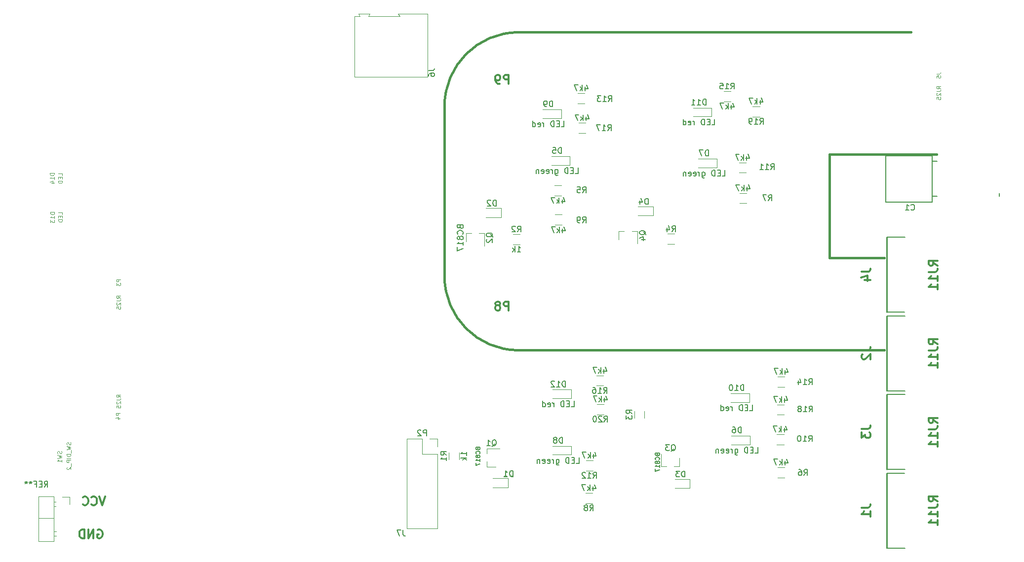
<source format=gbr>
G04 #@! TF.FileFunction,Legend,Bot*
%FSLAX46Y46*%
G04 Gerber Fmt 4.6, Leading zero omitted, Abs format (unit mm)*
G04 Created by KiCad (PCBNEW 4.0.7-e2-6376~58~ubuntu16.04.1) date Wed Jul 25 13:51:57 2018*
%MOMM*%
%LPD*%
G01*
G04 APERTURE LIST*
%ADD10C,0.100000*%
%ADD11C,0.200000*%
%ADD12C,0.300000*%
%ADD13C,0.150000*%
%ADD14C,0.381000*%
%ADD15C,0.250000*%
%ADD16C,0.120000*%
%ADD17C,0.304800*%
G04 APERTURE END LIST*
D10*
D11*
X271020000Y-71680000D02*
X271770000Y-71680000D01*
X271020000Y-65680000D02*
X271770000Y-65680000D01*
X262960000Y-64690000D02*
X262960000Y-64650000D01*
X270970000Y-64690000D02*
X262960000Y-64690000D01*
X270970000Y-72660000D02*
X270970000Y-64690000D01*
X262970000Y-72660000D02*
X270970000Y-72660000D01*
X262970000Y-64730000D02*
X262970000Y-72660000D01*
X263150000Y-78720000D02*
X266250000Y-78720000D01*
X263140000Y-91570000D02*
X266230000Y-91570000D01*
X263140000Y-132070000D02*
X266250000Y-132070000D01*
X263160000Y-119220000D02*
X266230000Y-119220000D01*
X263130000Y-118580000D02*
X266250000Y-118580000D01*
X263150000Y-105710000D02*
X266270000Y-105710000D01*
X263160000Y-105060000D02*
X266250000Y-105060000D01*
X263160000Y-92220000D02*
X266250000Y-92220000D01*
D12*
X198307142Y-52308571D02*
X198307142Y-50808571D01*
X197735714Y-50808571D01*
X197592856Y-50880000D01*
X197521428Y-50951429D01*
X197449999Y-51094286D01*
X197449999Y-51308571D01*
X197521428Y-51451429D01*
X197592856Y-51522857D01*
X197735714Y-51594286D01*
X198307142Y-51594286D01*
X196735714Y-52308571D02*
X196449999Y-52308571D01*
X196307142Y-52237143D01*
X196235714Y-52165714D01*
X196092856Y-51951429D01*
X196021428Y-51665714D01*
X196021428Y-51094286D01*
X196092856Y-50951429D01*
X196164285Y-50880000D01*
X196307142Y-50808571D01*
X196592856Y-50808571D01*
X196735714Y-50880000D01*
X196807142Y-50951429D01*
X196878571Y-51094286D01*
X196878571Y-51451429D01*
X196807142Y-51594286D01*
X196735714Y-51665714D01*
X196592856Y-51737143D01*
X196307142Y-51737143D01*
X196164285Y-51665714D01*
X196092856Y-51594286D01*
X196021428Y-51451429D01*
X198307142Y-91258571D02*
X198307142Y-89758571D01*
X197735714Y-89758571D01*
X197592856Y-89830000D01*
X197521428Y-89901429D01*
X197449999Y-90044286D01*
X197449999Y-90258571D01*
X197521428Y-90401429D01*
X197592856Y-90472857D01*
X197735714Y-90544286D01*
X198307142Y-90544286D01*
X196592856Y-90401429D02*
X196735714Y-90330000D01*
X196807142Y-90258571D01*
X196878571Y-90115714D01*
X196878571Y-90044286D01*
X196807142Y-89901429D01*
X196735714Y-89830000D01*
X196592856Y-89758571D01*
X196307142Y-89758571D01*
X196164285Y-89830000D01*
X196092856Y-89901429D01*
X196021428Y-90044286D01*
X196021428Y-90115714D01*
X196092856Y-90258571D01*
X196164285Y-90330000D01*
X196307142Y-90401429D01*
X196592856Y-90401429D01*
X196735714Y-90472857D01*
X196807142Y-90544286D01*
X196878571Y-90687143D01*
X196878571Y-90972857D01*
X196807142Y-91115714D01*
X196735714Y-91187143D01*
X196592856Y-91258571D01*
X196307142Y-91258571D01*
X196164285Y-91187143D01*
X196092856Y-91115714D01*
X196021428Y-90972857D01*
X196021428Y-90687143D01*
X196092856Y-90544286D01*
X196164285Y-90472857D01*
X196307142Y-90401429D01*
X127822857Y-128980000D02*
X127965714Y-128908571D01*
X128180000Y-128908571D01*
X128394285Y-128980000D01*
X128537143Y-129122857D01*
X128608571Y-129265714D01*
X128680000Y-129551429D01*
X128680000Y-129765714D01*
X128608571Y-130051429D01*
X128537143Y-130194286D01*
X128394285Y-130337143D01*
X128180000Y-130408571D01*
X128037143Y-130408571D01*
X127822857Y-130337143D01*
X127751428Y-130265714D01*
X127751428Y-129765714D01*
X128037143Y-129765714D01*
X127108571Y-130408571D02*
X127108571Y-128908571D01*
X126251428Y-130408571D01*
X126251428Y-128908571D01*
X125537142Y-130408571D02*
X125537142Y-128908571D01*
X125179999Y-128908571D01*
X124965714Y-128980000D01*
X124822856Y-129122857D01*
X124751428Y-129265714D01*
X124679999Y-129551429D01*
X124679999Y-129765714D01*
X124751428Y-130051429D01*
X124822856Y-130194286D01*
X124965714Y-130337143D01*
X125179999Y-130408571D01*
X125537142Y-130408571D01*
X129140000Y-123228571D02*
X128640000Y-124728571D01*
X128140000Y-123228571D01*
X126782857Y-124585714D02*
X126854286Y-124657143D01*
X127068572Y-124728571D01*
X127211429Y-124728571D01*
X127425714Y-124657143D01*
X127568572Y-124514286D01*
X127640000Y-124371429D01*
X127711429Y-124085714D01*
X127711429Y-123871429D01*
X127640000Y-123585714D01*
X127568572Y-123442857D01*
X127425714Y-123300000D01*
X127211429Y-123228571D01*
X127068572Y-123228571D01*
X126854286Y-123300000D01*
X126782857Y-123371429D01*
X125282857Y-124585714D02*
X125354286Y-124657143D01*
X125568572Y-124728571D01*
X125711429Y-124728571D01*
X125925714Y-124657143D01*
X126068572Y-124514286D01*
X126140000Y-124371429D01*
X126211429Y-124085714D01*
X126211429Y-123871429D01*
X126140000Y-123585714D01*
X126068572Y-123442857D01*
X125925714Y-123300000D01*
X125711429Y-123228571D01*
X125568572Y-123228571D01*
X125354286Y-123300000D01*
X125282857Y-123371429D01*
D13*
X282474800Y-71675500D02*
X282474800Y-71175500D01*
D14*
X262682080Y-82233400D02*
X253347080Y-82233400D01*
X253347080Y-82233400D02*
X253347080Y-64453400D01*
X253347080Y-64453400D02*
X271667080Y-64453400D01*
X200007080Y-98108400D02*
X262682080Y-98108400D01*
X200007080Y-43498400D02*
X267317080Y-43498400D01*
X187307080Y-56198400D02*
X187307080Y-85408400D01*
X200007080Y-43498400D02*
G75*
G03X187307080Y-56198400I0J-12700000D01*
G01*
X187307080Y-85408400D02*
G75*
G03X200007080Y-98108400I12700000J0D01*
G01*
D15*
X263151480Y-78750000D02*
X263151480Y-91550000D01*
X263151480Y-92250000D02*
X263151480Y-105050000D01*
X263151480Y-105750000D02*
X263151480Y-118550000D01*
X263151480Y-119250000D02*
X263151480Y-132050000D01*
D16*
X120320000Y-123230000D02*
X120320000Y-130940000D01*
X120320000Y-130940000D02*
X117660000Y-130940000D01*
X117660000Y-130940000D02*
X117660000Y-123230000D01*
X117660000Y-123230000D02*
X120320000Y-123230000D01*
X120650000Y-124180000D02*
X120320000Y-124180000D01*
X120650000Y-124940000D02*
X120320000Y-124940000D01*
X120320000Y-126960000D02*
X117660000Y-126960000D01*
X120717071Y-129260000D02*
X120320000Y-129260000D01*
X120717071Y-130020000D02*
X120320000Y-130020000D01*
X123030000Y-124560000D02*
X123030000Y-123290000D01*
X123030000Y-123290000D02*
X121760000Y-123290000D01*
X186070000Y-128700000D02*
X180870000Y-128700000D01*
X186070000Y-115940000D02*
X186070000Y-128700000D01*
X180870000Y-113340000D02*
X180870000Y-128700000D01*
X186070000Y-115940000D02*
X183470000Y-115940000D01*
X183470000Y-115940000D02*
X183470000Y-113340000D01*
X183470000Y-113340000D02*
X180870000Y-113340000D01*
X186070000Y-114670000D02*
X186070000Y-113340000D01*
X186070000Y-113340000D02*
X184740000Y-113340000D01*
X184440200Y-51139500D02*
X171840200Y-51139500D01*
X171840200Y-51139500D02*
X171840200Y-40789500D01*
X171840200Y-40789500D02*
X172790200Y-40789500D01*
X172790200Y-40789500D02*
X172540200Y-40289500D01*
X172540200Y-40289500D02*
X174440200Y-40289500D01*
X174440200Y-40289500D02*
X174490200Y-40289500D01*
X174490200Y-40289500D02*
X174240200Y-40789500D01*
X174240200Y-40789500D02*
X179640200Y-40789500D01*
X179640200Y-40789500D02*
X179340200Y-40289500D01*
X179340200Y-40289500D02*
X184440200Y-40289500D01*
X184440200Y-40289500D02*
X184440200Y-51139500D01*
X194593780Y-118118640D02*
X194593780Y-117188640D01*
X194593780Y-114958640D02*
X194593780Y-115888640D01*
X194593780Y-114958640D02*
X196753780Y-114958640D01*
X194593780Y-118118640D02*
X196053780Y-118118640D01*
X227580000Y-118060000D02*
X226650000Y-118060000D01*
X224420000Y-118060000D02*
X225350000Y-118060000D01*
X224420000Y-118060000D02*
X224420000Y-115900000D01*
X227580000Y-118060000D02*
X227580000Y-116600000D01*
X190977240Y-78013920D02*
X191907240Y-78013920D01*
X194137240Y-78013920D02*
X193207240Y-78013920D01*
X194137240Y-78013920D02*
X194137240Y-80173920D01*
X190977240Y-78013920D02*
X190977240Y-79473920D01*
X217207820Y-77630380D02*
X218137820Y-77630380D01*
X220367820Y-77630380D02*
X219437820Y-77630380D01*
X220367820Y-77630380D02*
X220367820Y-79790380D01*
X217207820Y-77630380D02*
X217207820Y-79090380D01*
X198193300Y-120069340D02*
X198193300Y-121669340D01*
X198193300Y-121669340D02*
X195593300Y-121669340D01*
X198193300Y-120069340D02*
X195593300Y-120069340D01*
X197022360Y-73653380D02*
X197022360Y-75253380D01*
X197022360Y-75253380D02*
X194422360Y-75253380D01*
X197022360Y-73653380D02*
X194422360Y-73653380D01*
X229397200Y-120209040D02*
X229397200Y-121809040D01*
X229397200Y-121809040D02*
X226797200Y-121809040D01*
X229397200Y-120209040D02*
X226797200Y-120209040D01*
X223072600Y-73389220D02*
X223072600Y-74989220D01*
X223072600Y-74989220D02*
X220472600Y-74989220D01*
X223072600Y-73389220D02*
X220472600Y-73389220D01*
X205800000Y-116050000D02*
X209000000Y-116050000D01*
X209000000Y-114550000D02*
X205800000Y-114550000D01*
X209000000Y-114550000D02*
X209000000Y-116050000D01*
X205618680Y-66285440D02*
X208818680Y-66285440D01*
X208818680Y-64785440D02*
X205618680Y-64785440D01*
X208818680Y-64785440D02*
X208818680Y-66285440D01*
X236451740Y-114288900D02*
X239651740Y-114288900D01*
X239651740Y-112788900D02*
X236451740Y-112788900D01*
X239651740Y-112788900D02*
X239651740Y-114288900D01*
X230820560Y-66732480D02*
X234020560Y-66732480D01*
X234020560Y-65232480D02*
X230820560Y-65232480D01*
X234020560Y-65232480D02*
X234020560Y-66732480D01*
X205829500Y-106374260D02*
X209029500Y-106374260D01*
X209029500Y-104874260D02*
X205829500Y-104874260D01*
X209029500Y-104874260D02*
X209029500Y-106374260D01*
X204115000Y-58269200D02*
X207315000Y-58269200D01*
X207315000Y-56769200D02*
X204115000Y-56769200D01*
X207315000Y-56769200D02*
X207315000Y-58269200D01*
X236411100Y-107019420D02*
X239611100Y-107019420D01*
X239611100Y-105519420D02*
X236411100Y-105519420D01*
X239611100Y-105519420D02*
X239611100Y-107019420D01*
X229926480Y-57959320D02*
X233126480Y-57959320D01*
X233126480Y-56459320D02*
X229926480Y-56459320D01*
X233126480Y-56459320D02*
X233126480Y-57959320D01*
X206186320Y-71556400D02*
X207386320Y-71556400D01*
X207386320Y-69796400D02*
X206186320Y-69796400D01*
X245493940Y-112564920D02*
X244293940Y-112564920D01*
X244293940Y-114324920D02*
X245493940Y-114324920D01*
X212750800Y-117042940D02*
X211550800Y-117042940D01*
X211550800Y-118802940D02*
X212750800Y-118802940D01*
X239014400Y-65859400D02*
X237814400Y-65859400D01*
X237814400Y-67619400D02*
X239014400Y-67619400D01*
X206242200Y-76585600D02*
X207442200Y-76585600D01*
X207442200Y-74825600D02*
X206242200Y-74825600D01*
X245603160Y-118206260D02*
X244403160Y-118206260D01*
X244403160Y-119966260D02*
X245603160Y-119966260D01*
X212666980Y-122630940D02*
X211466980Y-122630940D01*
X211466980Y-124390940D02*
X212666980Y-124390940D01*
X239090600Y-71117200D02*
X237890600Y-71117200D01*
X237890600Y-72877200D02*
X239090600Y-72877200D01*
X211500000Y-59070000D02*
X210300000Y-59070000D01*
X210300000Y-60830000D02*
X211500000Y-60830000D01*
X245641260Y-102623360D02*
X244441260Y-102623360D01*
X244441260Y-104383360D02*
X245641260Y-104383360D01*
X241350000Y-56220000D02*
X240150000Y-56220000D01*
X240150000Y-57980000D02*
X241350000Y-57980000D01*
X211350000Y-53945000D02*
X210150000Y-53945000D01*
X210150000Y-55705000D02*
X211350000Y-55705000D01*
X245565060Y-107423960D02*
X244365060Y-107423960D01*
X244365060Y-109183960D02*
X245565060Y-109183960D01*
X214625000Y-107370000D02*
X213425000Y-107370000D01*
X213425000Y-109130000D02*
X214625000Y-109130000D01*
X235175000Y-55355000D02*
X236375000Y-55355000D01*
X236375000Y-53595000D02*
X235175000Y-53595000D01*
X189784720Y-116874480D02*
X189784720Y-115674480D01*
X188024720Y-115674480D02*
X188024720Y-116874480D01*
X221608380Y-109749780D02*
X221608380Y-108549780D01*
X219848380Y-108549780D02*
X219848380Y-109749780D01*
X199061620Y-79910460D02*
X200261620Y-79910460D01*
X200261620Y-78150460D02*
X199061620Y-78150460D01*
X225546200Y-79862200D02*
X226746200Y-79862200D01*
X226746200Y-78102200D02*
X225546200Y-78102200D01*
X214554200Y-102445560D02*
X213354200Y-102445560D01*
X213354200Y-104205560D02*
X214554200Y-104205560D01*
D13*
X267306666Y-73967143D02*
X267354285Y-74014762D01*
X267497142Y-74062381D01*
X267592380Y-74062381D01*
X267735238Y-74014762D01*
X267830476Y-73919524D01*
X267878095Y-73824286D01*
X267925714Y-73633810D01*
X267925714Y-73490952D01*
X267878095Y-73300476D01*
X267830476Y-73205238D01*
X267735238Y-73110000D01*
X267592380Y-73062381D01*
X267497142Y-73062381D01*
X267354285Y-73110000D01*
X267306666Y-73157619D01*
X266354285Y-74062381D02*
X266925714Y-74062381D01*
X266640000Y-74062381D02*
X266640000Y-73062381D01*
X266735238Y-73205238D01*
X266830476Y-73300476D01*
X266925714Y-73348095D01*
D17*
X258826909Y-84642000D02*
X259915480Y-84642000D01*
X260133194Y-84569428D01*
X260278337Y-84424285D01*
X260350909Y-84206571D01*
X260350909Y-84061428D01*
X259334909Y-86020857D02*
X260350909Y-86020857D01*
X258754337Y-85658000D02*
X259842909Y-85295143D01*
X259842909Y-86238571D01*
X271850909Y-83589714D02*
X271125194Y-83081714D01*
X271850909Y-82718857D02*
X270326909Y-82718857D01*
X270326909Y-83299429D01*
X270399480Y-83444571D01*
X270472051Y-83517143D01*
X270617194Y-83589714D01*
X270834909Y-83589714D01*
X270980051Y-83517143D01*
X271052623Y-83444571D01*
X271125194Y-83299429D01*
X271125194Y-82718857D01*
X270326909Y-84678286D02*
X271415480Y-84678286D01*
X271633194Y-84605714D01*
X271778337Y-84460571D01*
X271850909Y-84242857D01*
X271850909Y-84097714D01*
X271850909Y-86202286D02*
X271850909Y-85331429D01*
X271850909Y-85766857D02*
X270326909Y-85766857D01*
X270544623Y-85621714D01*
X270689766Y-85476572D01*
X270762337Y-85331429D01*
X271850909Y-87653715D02*
X271850909Y-86782858D01*
X271850909Y-87218286D02*
X270326909Y-87218286D01*
X270544623Y-87073143D01*
X270689766Y-86928001D01*
X270762337Y-86782858D01*
X258826909Y-98142000D02*
X259915480Y-98142000D01*
X260133194Y-98069428D01*
X260278337Y-97924285D01*
X260350909Y-97706571D01*
X260350909Y-97561428D01*
X258972051Y-98795143D02*
X258899480Y-98867714D01*
X258826909Y-99012857D01*
X258826909Y-99375714D01*
X258899480Y-99520857D01*
X258972051Y-99593428D01*
X259117194Y-99666000D01*
X259262337Y-99666000D01*
X259480051Y-99593428D01*
X260350909Y-98722571D01*
X260350909Y-99666000D01*
X271850909Y-97089714D02*
X271125194Y-96581714D01*
X271850909Y-96218857D02*
X270326909Y-96218857D01*
X270326909Y-96799429D01*
X270399480Y-96944571D01*
X270472051Y-97017143D01*
X270617194Y-97089714D01*
X270834909Y-97089714D01*
X270980051Y-97017143D01*
X271052623Y-96944571D01*
X271125194Y-96799429D01*
X271125194Y-96218857D01*
X270326909Y-98178286D02*
X271415480Y-98178286D01*
X271633194Y-98105714D01*
X271778337Y-97960571D01*
X271850909Y-97742857D01*
X271850909Y-97597714D01*
X271850909Y-99702286D02*
X271850909Y-98831429D01*
X271850909Y-99266857D02*
X270326909Y-99266857D01*
X270544623Y-99121714D01*
X270689766Y-98976572D01*
X270762337Y-98831429D01*
X271850909Y-101153715D02*
X271850909Y-100282858D01*
X271850909Y-100718286D02*
X270326909Y-100718286D01*
X270544623Y-100573143D01*
X270689766Y-100428001D01*
X270762337Y-100282858D01*
X258826909Y-111642000D02*
X259915480Y-111642000D01*
X260133194Y-111569428D01*
X260278337Y-111424285D01*
X260350909Y-111206571D01*
X260350909Y-111061428D01*
X258826909Y-112222571D02*
X258826909Y-113166000D01*
X259407480Y-112658000D01*
X259407480Y-112875714D01*
X259480051Y-113020857D01*
X259552623Y-113093428D01*
X259697766Y-113166000D01*
X260060623Y-113166000D01*
X260205766Y-113093428D01*
X260278337Y-113020857D01*
X260350909Y-112875714D01*
X260350909Y-112440286D01*
X260278337Y-112295143D01*
X260205766Y-112222571D01*
X271850909Y-110589714D02*
X271125194Y-110081714D01*
X271850909Y-109718857D02*
X270326909Y-109718857D01*
X270326909Y-110299429D01*
X270399480Y-110444571D01*
X270472051Y-110517143D01*
X270617194Y-110589714D01*
X270834909Y-110589714D01*
X270980051Y-110517143D01*
X271052623Y-110444571D01*
X271125194Y-110299429D01*
X271125194Y-109718857D01*
X270326909Y-111678286D02*
X271415480Y-111678286D01*
X271633194Y-111605714D01*
X271778337Y-111460571D01*
X271850909Y-111242857D01*
X271850909Y-111097714D01*
X271850909Y-113202286D02*
X271850909Y-112331429D01*
X271850909Y-112766857D02*
X270326909Y-112766857D01*
X270544623Y-112621714D01*
X270689766Y-112476572D01*
X270762337Y-112331429D01*
X271850909Y-114653715D02*
X271850909Y-113782858D01*
X271850909Y-114218286D02*
X270326909Y-114218286D01*
X270544623Y-114073143D01*
X270689766Y-113928001D01*
X270762337Y-113782858D01*
X258826909Y-125142000D02*
X259915480Y-125142000D01*
X260133194Y-125069428D01*
X260278337Y-124924285D01*
X260350909Y-124706571D01*
X260350909Y-124561428D01*
X260350909Y-126666000D02*
X260350909Y-125795143D01*
X260350909Y-126230571D02*
X258826909Y-126230571D01*
X259044623Y-126085428D01*
X259189766Y-125940286D01*
X259262337Y-125795143D01*
X271850909Y-124089714D02*
X271125194Y-123581714D01*
X271850909Y-123218857D02*
X270326909Y-123218857D01*
X270326909Y-123799429D01*
X270399480Y-123944571D01*
X270472051Y-124017143D01*
X270617194Y-124089714D01*
X270834909Y-124089714D01*
X270980051Y-124017143D01*
X271052623Y-123944571D01*
X271125194Y-123799429D01*
X271125194Y-123218857D01*
X270326909Y-125178286D02*
X271415480Y-125178286D01*
X271633194Y-125105714D01*
X271778337Y-124960571D01*
X271850909Y-124742857D01*
X271850909Y-124597714D01*
X271850909Y-126702286D02*
X271850909Y-125831429D01*
X271850909Y-126266857D02*
X270326909Y-126266857D01*
X270544623Y-126121714D01*
X270689766Y-125976572D01*
X270762337Y-125831429D01*
X271850909Y-128153715D02*
X271850909Y-127282858D01*
X271850909Y-127718286D02*
X270326909Y-127718286D01*
X270544623Y-127573143D01*
X270689766Y-127428001D01*
X270762337Y-127282858D01*
D13*
X118673733Y-121608781D02*
X119007067Y-121132590D01*
X119245162Y-121608781D02*
X119245162Y-120608781D01*
X118864209Y-120608781D01*
X118768971Y-120656400D01*
X118721352Y-120704019D01*
X118673733Y-120799257D01*
X118673733Y-120942114D01*
X118721352Y-121037352D01*
X118768971Y-121084971D01*
X118864209Y-121132590D01*
X119245162Y-121132590D01*
X118245162Y-121084971D02*
X117911828Y-121084971D01*
X117768971Y-121608781D02*
X118245162Y-121608781D01*
X118245162Y-120608781D01*
X117768971Y-120608781D01*
X117007066Y-121084971D02*
X117340400Y-121084971D01*
X117340400Y-121608781D02*
X117340400Y-120608781D01*
X116864209Y-120608781D01*
X116340400Y-120608781D02*
X116340400Y-120846876D01*
X116578495Y-120751638D02*
X116340400Y-120846876D01*
X116102304Y-120751638D01*
X116483257Y-121037352D02*
X116340400Y-120846876D01*
X116197542Y-121037352D01*
X115578495Y-120608781D02*
X115578495Y-120846876D01*
X115816590Y-120751638D02*
X115578495Y-120846876D01*
X115340399Y-120751638D01*
X115721352Y-121037352D02*
X115578495Y-120846876D01*
X115435637Y-121037352D01*
X180173333Y-129002381D02*
X180173333Y-129716667D01*
X180220953Y-129859524D01*
X180316191Y-129954762D01*
X180459048Y-130002381D01*
X180554286Y-130002381D01*
X179792381Y-129002381D02*
X179125714Y-129002381D01*
X179554286Y-130002381D01*
X184208095Y-112792381D02*
X184208095Y-111792381D01*
X183827142Y-111792381D01*
X183731904Y-111840000D01*
X183684285Y-111887619D01*
X183636666Y-111982857D01*
X183636666Y-112125714D01*
X183684285Y-112220952D01*
X183731904Y-112268571D01*
X183827142Y-112316190D01*
X184208095Y-112316190D01*
X183255714Y-111887619D02*
X183208095Y-111840000D01*
X183112857Y-111792381D01*
X182874761Y-111792381D01*
X182779523Y-111840000D01*
X182731904Y-111887619D01*
X182684285Y-111982857D01*
X182684285Y-112078095D01*
X182731904Y-112220952D01*
X183303333Y-112792381D01*
X182684285Y-112792381D01*
D10*
X131666667Y-108878334D02*
X130966667Y-108878334D01*
X130966667Y-109145000D01*
X131000000Y-109211667D01*
X131033333Y-109245000D01*
X131100000Y-109278334D01*
X131200000Y-109278334D01*
X131266667Y-109245000D01*
X131300000Y-109211667D01*
X131333333Y-109145000D01*
X131333333Y-108878334D01*
X131200000Y-109878334D02*
X131666667Y-109878334D01*
X130933333Y-109711667D02*
X131433333Y-109545000D01*
X131433333Y-109978334D01*
X131749167Y-106135834D02*
X131415833Y-105902500D01*
X131749167Y-105735834D02*
X131049167Y-105735834D01*
X131049167Y-106002500D01*
X131082500Y-106069167D01*
X131115833Y-106102500D01*
X131182500Y-106135834D01*
X131282500Y-106135834D01*
X131349167Y-106102500D01*
X131382500Y-106069167D01*
X131415833Y-106002500D01*
X131415833Y-105735834D01*
X131049167Y-106635834D02*
X131549167Y-106635834D01*
X131649167Y-106602500D01*
X131715833Y-106535834D01*
X131749167Y-106435834D01*
X131749167Y-106369167D01*
X131115833Y-106935833D02*
X131082500Y-106969167D01*
X131049167Y-107035833D01*
X131049167Y-107202500D01*
X131082500Y-107269167D01*
X131115833Y-107302500D01*
X131182500Y-107335833D01*
X131249167Y-107335833D01*
X131349167Y-107302500D01*
X131749167Y-106902500D01*
X131749167Y-107335833D01*
X131049167Y-107969167D02*
X131049167Y-107635834D01*
X131382500Y-107602500D01*
X131349167Y-107635834D01*
X131315833Y-107702500D01*
X131315833Y-107869167D01*
X131349167Y-107935834D01*
X131382500Y-107969167D01*
X131449167Y-108002500D01*
X131615833Y-108002500D01*
X131682500Y-107969167D01*
X131715833Y-107935834D01*
X131749167Y-107869167D01*
X131749167Y-107702500D01*
X131715833Y-107635834D01*
X131682500Y-107602500D01*
D13*
X184582581Y-50076167D02*
X185296867Y-50076167D01*
X185439724Y-50028547D01*
X185534962Y-49933309D01*
X185582581Y-49790452D01*
X185582581Y-49695214D01*
X184582581Y-50980929D02*
X184582581Y-50790452D01*
X184630200Y-50695214D01*
X184677819Y-50647595D01*
X184820676Y-50552357D01*
X185011152Y-50504738D01*
X185392105Y-50504738D01*
X185487343Y-50552357D01*
X185534962Y-50599976D01*
X185582581Y-50695214D01*
X185582581Y-50885691D01*
X185534962Y-50980929D01*
X185487343Y-51028548D01*
X185392105Y-51076167D01*
X185154010Y-51076167D01*
X185058771Y-51028548D01*
X185011152Y-50980929D01*
X184963533Y-50885691D01*
X184963533Y-50695214D01*
X185011152Y-50599976D01*
X185058771Y-50552357D01*
X185154010Y-50504738D01*
X195449018Y-114586259D02*
X195544256Y-114538640D01*
X195639494Y-114443402D01*
X195782351Y-114300545D01*
X195877590Y-114252926D01*
X195972828Y-114252926D01*
X195925209Y-114491021D02*
X196020447Y-114443402D01*
X196115685Y-114348164D01*
X196163304Y-114157688D01*
X196163304Y-113824354D01*
X196115685Y-113633878D01*
X196020447Y-113538640D01*
X195925209Y-113491021D01*
X195734732Y-113491021D01*
X195639494Y-113538640D01*
X195544256Y-113633878D01*
X195496637Y-113824354D01*
X195496637Y-114157688D01*
X195544256Y-114348164D01*
X195639494Y-114443402D01*
X195734732Y-114491021D01*
X195925209Y-114491021D01*
X194544256Y-114491021D02*
X195115685Y-114491021D01*
X194829971Y-114491021D02*
X194829971Y-113491021D01*
X194925209Y-113633878D01*
X195020447Y-113729116D01*
X195115685Y-113776735D01*
X193020000Y-115010000D02*
X193053333Y-115110000D01*
X193086667Y-115143333D01*
X193153333Y-115176667D01*
X193253333Y-115176667D01*
X193320000Y-115143333D01*
X193353333Y-115110000D01*
X193386667Y-115043333D01*
X193386667Y-114776667D01*
X192686667Y-114776667D01*
X192686667Y-115010000D01*
X192720000Y-115076667D01*
X192753333Y-115110000D01*
X192820000Y-115143333D01*
X192886667Y-115143333D01*
X192953333Y-115110000D01*
X192986667Y-115076667D01*
X193020000Y-115010000D01*
X193020000Y-114776667D01*
X193320000Y-115876667D02*
X193353333Y-115843333D01*
X193386667Y-115743333D01*
X193386667Y-115676667D01*
X193353333Y-115576667D01*
X193286667Y-115510000D01*
X193220000Y-115476667D01*
X193086667Y-115443333D01*
X192986667Y-115443333D01*
X192853333Y-115476667D01*
X192786667Y-115510000D01*
X192720000Y-115576667D01*
X192686667Y-115676667D01*
X192686667Y-115743333D01*
X192720000Y-115843333D01*
X192753333Y-115876667D01*
X192986667Y-116276667D02*
X192953333Y-116210000D01*
X192920000Y-116176667D01*
X192853333Y-116143333D01*
X192820000Y-116143333D01*
X192753333Y-116176667D01*
X192720000Y-116210000D01*
X192686667Y-116276667D01*
X192686667Y-116410000D01*
X192720000Y-116476667D01*
X192753333Y-116510000D01*
X192820000Y-116543333D01*
X192853333Y-116543333D01*
X192920000Y-116510000D01*
X192953333Y-116476667D01*
X192986667Y-116410000D01*
X192986667Y-116276667D01*
X193020000Y-116210000D01*
X193053333Y-116176667D01*
X193120000Y-116143333D01*
X193253333Y-116143333D01*
X193320000Y-116176667D01*
X193353333Y-116210000D01*
X193386667Y-116276667D01*
X193386667Y-116410000D01*
X193353333Y-116476667D01*
X193320000Y-116510000D01*
X193253333Y-116543333D01*
X193120000Y-116543333D01*
X193053333Y-116510000D01*
X193020000Y-116476667D01*
X192986667Y-116410000D01*
X193386667Y-117210000D02*
X193386667Y-116810000D01*
X193386667Y-117010000D02*
X192686667Y-117010000D01*
X192786667Y-116943334D01*
X192853333Y-116876667D01*
X192886667Y-116810000D01*
X192686667Y-117443334D02*
X192686667Y-117910001D01*
X193386667Y-117610001D01*
X226155238Y-115437619D02*
X226250476Y-115390000D01*
X226345714Y-115294762D01*
X226488571Y-115151905D01*
X226583810Y-115104286D01*
X226679048Y-115104286D01*
X226631429Y-115342381D02*
X226726667Y-115294762D01*
X226821905Y-115199524D01*
X226869524Y-115009048D01*
X226869524Y-114675714D01*
X226821905Y-114485238D01*
X226726667Y-114390000D01*
X226631429Y-114342381D01*
X226440952Y-114342381D01*
X226345714Y-114390000D01*
X226250476Y-114485238D01*
X226202857Y-114675714D01*
X226202857Y-115009048D01*
X226250476Y-115199524D01*
X226345714Y-115294762D01*
X226440952Y-115342381D01*
X226631429Y-115342381D01*
X225869524Y-114342381D02*
X225250476Y-114342381D01*
X225583810Y-114723333D01*
X225440952Y-114723333D01*
X225345714Y-114770952D01*
X225298095Y-114818571D01*
X225250476Y-114913810D01*
X225250476Y-115151905D01*
X225298095Y-115247143D01*
X225345714Y-115294762D01*
X225440952Y-115342381D01*
X225726667Y-115342381D01*
X225821905Y-115294762D01*
X225869524Y-115247143D01*
X223810000Y-116020000D02*
X223843333Y-116120000D01*
X223876667Y-116153333D01*
X223943333Y-116186667D01*
X224043333Y-116186667D01*
X224110000Y-116153333D01*
X224143333Y-116120000D01*
X224176667Y-116053333D01*
X224176667Y-115786667D01*
X223476667Y-115786667D01*
X223476667Y-116020000D01*
X223510000Y-116086667D01*
X223543333Y-116120000D01*
X223610000Y-116153333D01*
X223676667Y-116153333D01*
X223743333Y-116120000D01*
X223776667Y-116086667D01*
X223810000Y-116020000D01*
X223810000Y-115786667D01*
X224110000Y-116886667D02*
X224143333Y-116853333D01*
X224176667Y-116753333D01*
X224176667Y-116686667D01*
X224143333Y-116586667D01*
X224076667Y-116520000D01*
X224010000Y-116486667D01*
X223876667Y-116453333D01*
X223776667Y-116453333D01*
X223643333Y-116486667D01*
X223576667Y-116520000D01*
X223510000Y-116586667D01*
X223476667Y-116686667D01*
X223476667Y-116753333D01*
X223510000Y-116853333D01*
X223543333Y-116886667D01*
X223776667Y-117286667D02*
X223743333Y-117220000D01*
X223710000Y-117186667D01*
X223643333Y-117153333D01*
X223610000Y-117153333D01*
X223543333Y-117186667D01*
X223510000Y-117220000D01*
X223476667Y-117286667D01*
X223476667Y-117420000D01*
X223510000Y-117486667D01*
X223543333Y-117520000D01*
X223610000Y-117553333D01*
X223643333Y-117553333D01*
X223710000Y-117520000D01*
X223743333Y-117486667D01*
X223776667Y-117420000D01*
X223776667Y-117286667D01*
X223810000Y-117220000D01*
X223843333Y-117186667D01*
X223910000Y-117153333D01*
X224043333Y-117153333D01*
X224110000Y-117186667D01*
X224143333Y-117220000D01*
X224176667Y-117286667D01*
X224176667Y-117420000D01*
X224143333Y-117486667D01*
X224110000Y-117520000D01*
X224043333Y-117553333D01*
X223910000Y-117553333D01*
X223843333Y-117520000D01*
X223810000Y-117486667D01*
X223776667Y-117420000D01*
X224176667Y-118220000D02*
X224176667Y-117820000D01*
X224176667Y-118020000D02*
X223476667Y-118020000D01*
X223576667Y-117953334D01*
X223643333Y-117886667D01*
X223676667Y-117820000D01*
X223476667Y-118453334D02*
X223476667Y-118920001D01*
X224176667Y-118620001D01*
X195604859Y-78678682D02*
X195557240Y-78583444D01*
X195462002Y-78488206D01*
X195319145Y-78345349D01*
X195271526Y-78250110D01*
X195271526Y-78154872D01*
X195509621Y-78202491D02*
X195462002Y-78107253D01*
X195366764Y-78012015D01*
X195176288Y-77964396D01*
X194842954Y-77964396D01*
X194652478Y-78012015D01*
X194557240Y-78107253D01*
X194509621Y-78202491D01*
X194509621Y-78392968D01*
X194557240Y-78488206D01*
X194652478Y-78583444D01*
X194842954Y-78631063D01*
X195176288Y-78631063D01*
X195366764Y-78583444D01*
X195462002Y-78488206D01*
X195509621Y-78392968D01*
X195509621Y-78202491D01*
X194604859Y-79012015D02*
X194557240Y-79059634D01*
X194509621Y-79154872D01*
X194509621Y-79392968D01*
X194557240Y-79488206D01*
X194604859Y-79535825D01*
X194700097Y-79583444D01*
X194795335Y-79583444D01*
X194938192Y-79535825D01*
X195509621Y-78964396D01*
X195509621Y-79583444D01*
X189985811Y-76916778D02*
X190033430Y-77059635D01*
X190081050Y-77107254D01*
X190176288Y-77154873D01*
X190319145Y-77154873D01*
X190414383Y-77107254D01*
X190462002Y-77059635D01*
X190509621Y-76964397D01*
X190509621Y-76583444D01*
X189509621Y-76583444D01*
X189509621Y-76916778D01*
X189557240Y-77012016D01*
X189604859Y-77059635D01*
X189700097Y-77107254D01*
X189795335Y-77107254D01*
X189890573Y-77059635D01*
X189938192Y-77012016D01*
X189985811Y-76916778D01*
X189985811Y-76583444D01*
X190414383Y-78154873D02*
X190462002Y-78107254D01*
X190509621Y-77964397D01*
X190509621Y-77869159D01*
X190462002Y-77726301D01*
X190366764Y-77631063D01*
X190271526Y-77583444D01*
X190081050Y-77535825D01*
X189938192Y-77535825D01*
X189747716Y-77583444D01*
X189652478Y-77631063D01*
X189557240Y-77726301D01*
X189509621Y-77869159D01*
X189509621Y-77964397D01*
X189557240Y-78107254D01*
X189604859Y-78154873D01*
X189938192Y-78726301D02*
X189890573Y-78631063D01*
X189842954Y-78583444D01*
X189747716Y-78535825D01*
X189700097Y-78535825D01*
X189604859Y-78583444D01*
X189557240Y-78631063D01*
X189509621Y-78726301D01*
X189509621Y-78916778D01*
X189557240Y-79012016D01*
X189604859Y-79059635D01*
X189700097Y-79107254D01*
X189747716Y-79107254D01*
X189842954Y-79059635D01*
X189890573Y-79012016D01*
X189938192Y-78916778D01*
X189938192Y-78726301D01*
X189985811Y-78631063D01*
X190033430Y-78583444D01*
X190128669Y-78535825D01*
X190319145Y-78535825D01*
X190414383Y-78583444D01*
X190462002Y-78631063D01*
X190509621Y-78726301D01*
X190509621Y-78916778D01*
X190462002Y-79012016D01*
X190414383Y-79059635D01*
X190319145Y-79107254D01*
X190128669Y-79107254D01*
X190033430Y-79059635D01*
X189985811Y-79012016D01*
X189938192Y-78916778D01*
X190509621Y-80059635D02*
X190509621Y-79488206D01*
X190509621Y-79773920D02*
X189509621Y-79773920D01*
X189652478Y-79678682D01*
X189747716Y-79583444D01*
X189795335Y-79488206D01*
X189509621Y-80392968D02*
X189509621Y-81059635D01*
X190509621Y-80631063D01*
X221835439Y-78295142D02*
X221787820Y-78199904D01*
X221692582Y-78104666D01*
X221549725Y-77961809D01*
X221502106Y-77866570D01*
X221502106Y-77771332D01*
X221740201Y-77818951D02*
X221692582Y-77723713D01*
X221597344Y-77628475D01*
X221406868Y-77580856D01*
X221073534Y-77580856D01*
X220883058Y-77628475D01*
X220787820Y-77723713D01*
X220740201Y-77818951D01*
X220740201Y-78009428D01*
X220787820Y-78104666D01*
X220883058Y-78199904D01*
X221073534Y-78247523D01*
X221406868Y-78247523D01*
X221597344Y-78199904D01*
X221692582Y-78104666D01*
X221740201Y-78009428D01*
X221740201Y-77818951D01*
X221073534Y-79104666D02*
X221740201Y-79104666D01*
X220692582Y-78866570D02*
X221406868Y-78628475D01*
X221406868Y-79247523D01*
D10*
X271680407Y-50626667D02*
X272180407Y-50626667D01*
X272280407Y-50593333D01*
X272347073Y-50526667D01*
X272380407Y-50426667D01*
X272380407Y-50360000D01*
X271680407Y-51293333D02*
X271680407Y-50960000D01*
X272013740Y-50926666D01*
X271980407Y-50960000D01*
X271947073Y-51026666D01*
X271947073Y-51193333D01*
X271980407Y-51260000D01*
X272013740Y-51293333D01*
X272080407Y-51326666D01*
X272247073Y-51326666D01*
X272313740Y-51293333D01*
X272347073Y-51260000D01*
X272380407Y-51193333D01*
X272380407Y-51026666D01*
X272347073Y-50960000D01*
X272313740Y-50926666D01*
X272390407Y-53153334D02*
X272057073Y-52920000D01*
X272390407Y-52753334D02*
X271690407Y-52753334D01*
X271690407Y-53020000D01*
X271723740Y-53086667D01*
X271757073Y-53120000D01*
X271823740Y-53153334D01*
X271923740Y-53153334D01*
X271990407Y-53120000D01*
X272023740Y-53086667D01*
X272057073Y-53020000D01*
X272057073Y-52753334D01*
X271690407Y-53653334D02*
X272190407Y-53653334D01*
X272290407Y-53620000D01*
X272357073Y-53553334D01*
X272390407Y-53453334D01*
X272390407Y-53386667D01*
X271757073Y-53953333D02*
X271723740Y-53986667D01*
X271690407Y-54053333D01*
X271690407Y-54220000D01*
X271723740Y-54286667D01*
X271757073Y-54320000D01*
X271823740Y-54353333D01*
X271890407Y-54353333D01*
X271990407Y-54320000D01*
X272390407Y-53920000D01*
X272390407Y-54353333D01*
X271690407Y-54986667D02*
X271690407Y-54653334D01*
X272023740Y-54620000D01*
X271990407Y-54653334D01*
X271957073Y-54720000D01*
X271957073Y-54886667D01*
X271990407Y-54953334D01*
X272023740Y-54986667D01*
X272090407Y-55020000D01*
X272257073Y-55020000D01*
X272323740Y-54986667D01*
X272357073Y-54953334D01*
X272390407Y-54886667D01*
X272390407Y-54720000D01*
X272357073Y-54653334D01*
X272323740Y-54620000D01*
D13*
X199028095Y-119782381D02*
X199028095Y-118782381D01*
X198790000Y-118782381D01*
X198647142Y-118830000D01*
X198551904Y-118925238D01*
X198504285Y-119020476D01*
X198456666Y-119210952D01*
X198456666Y-119353810D01*
X198504285Y-119544286D01*
X198551904Y-119639524D01*
X198647142Y-119734762D01*
X198790000Y-119782381D01*
X199028095Y-119782381D01*
X197504285Y-119782381D02*
X198075714Y-119782381D01*
X197790000Y-119782381D02*
X197790000Y-118782381D01*
X197885238Y-118925238D01*
X197980476Y-119020476D01*
X198075714Y-119068095D01*
X199028095Y-119792381D02*
X199028095Y-118792381D01*
X198790000Y-118792381D01*
X198647142Y-118840000D01*
X198551904Y-118935238D01*
X198504285Y-119030476D01*
X198456666Y-119220952D01*
X198456666Y-119363810D01*
X198504285Y-119554286D01*
X198551904Y-119649524D01*
X198647142Y-119744762D01*
X198790000Y-119792381D01*
X199028095Y-119792381D01*
X197504285Y-119792381D02*
X198075714Y-119792381D01*
X197790000Y-119792381D02*
X197790000Y-118792381D01*
X197885238Y-118935238D01*
X197980476Y-119030476D01*
X198075714Y-119078095D01*
X196160455Y-73305761D02*
X196160455Y-72305761D01*
X195922360Y-72305761D01*
X195779502Y-72353380D01*
X195684264Y-72448618D01*
X195636645Y-72543856D01*
X195589026Y-72734332D01*
X195589026Y-72877190D01*
X195636645Y-73067666D01*
X195684264Y-73162904D01*
X195779502Y-73258142D01*
X195922360Y-73305761D01*
X196160455Y-73305761D01*
X195208074Y-72400999D02*
X195160455Y-72353380D01*
X195065217Y-72305761D01*
X194827121Y-72305761D01*
X194731883Y-72353380D01*
X194684264Y-72400999D01*
X194636645Y-72496237D01*
X194636645Y-72591475D01*
X194684264Y-72734332D01*
X195255693Y-73305761D01*
X194636645Y-73305761D01*
X228535295Y-119861421D02*
X228535295Y-118861421D01*
X228297200Y-118861421D01*
X228154342Y-118909040D01*
X228059104Y-119004278D01*
X228011485Y-119099516D01*
X227963866Y-119289992D01*
X227963866Y-119432850D01*
X228011485Y-119623326D01*
X228059104Y-119718564D01*
X228154342Y-119813802D01*
X228297200Y-119861421D01*
X228535295Y-119861421D01*
X227630533Y-118861421D02*
X227011485Y-118861421D01*
X227344819Y-119242373D01*
X227201961Y-119242373D01*
X227106723Y-119289992D01*
X227059104Y-119337611D01*
X227011485Y-119432850D01*
X227011485Y-119670945D01*
X227059104Y-119766183D01*
X227106723Y-119813802D01*
X227201961Y-119861421D01*
X227487676Y-119861421D01*
X227582914Y-119813802D01*
X227630533Y-119766183D01*
X222210695Y-73041601D02*
X222210695Y-72041601D01*
X221972600Y-72041601D01*
X221829742Y-72089220D01*
X221734504Y-72184458D01*
X221686885Y-72279696D01*
X221639266Y-72470172D01*
X221639266Y-72613030D01*
X221686885Y-72803506D01*
X221734504Y-72898744D01*
X221829742Y-72993982D01*
X221972600Y-73041601D01*
X222210695Y-73041601D01*
X220782123Y-72374934D02*
X220782123Y-73041601D01*
X221020219Y-71993982D02*
X221258314Y-72708268D01*
X220639266Y-72708268D01*
X207538095Y-114052381D02*
X207538095Y-113052381D01*
X207300000Y-113052381D01*
X207157142Y-113100000D01*
X207061904Y-113195238D01*
X207014285Y-113290476D01*
X206966666Y-113480952D01*
X206966666Y-113623810D01*
X207014285Y-113814286D01*
X207061904Y-113909524D01*
X207157142Y-114004762D01*
X207300000Y-114052381D01*
X207538095Y-114052381D01*
X206395238Y-113480952D02*
X206490476Y-113433333D01*
X206538095Y-113385714D01*
X206585714Y-113290476D01*
X206585714Y-113242857D01*
X206538095Y-113147619D01*
X206490476Y-113100000D01*
X206395238Y-113052381D01*
X206204761Y-113052381D01*
X206109523Y-113100000D01*
X206061904Y-113147619D01*
X206014285Y-113242857D01*
X206014285Y-113290476D01*
X206061904Y-113385714D01*
X206109523Y-113433333D01*
X206204761Y-113480952D01*
X206395238Y-113480952D01*
X206490476Y-113528571D01*
X206538095Y-113576190D01*
X206585714Y-113671429D01*
X206585714Y-113861905D01*
X206538095Y-113957143D01*
X206490476Y-114004762D01*
X206395238Y-114052381D01*
X206204761Y-114052381D01*
X206109523Y-114004762D01*
X206061904Y-113957143D01*
X206014285Y-113861905D01*
X206014285Y-113671429D01*
X206061904Y-113576190D01*
X206109523Y-113528571D01*
X206204761Y-113480952D01*
X209895238Y-117502381D02*
X210371429Y-117502381D01*
X210371429Y-116502381D01*
X209561905Y-116978571D02*
X209228571Y-116978571D01*
X209085714Y-117502381D02*
X209561905Y-117502381D01*
X209561905Y-116502381D01*
X209085714Y-116502381D01*
X208657143Y-117502381D02*
X208657143Y-116502381D01*
X208419048Y-116502381D01*
X208276190Y-116550000D01*
X208180952Y-116645238D01*
X208133333Y-116740476D01*
X208085714Y-116930952D01*
X208085714Y-117073810D01*
X208133333Y-117264286D01*
X208180952Y-117359524D01*
X208276190Y-117454762D01*
X208419048Y-117502381D01*
X208657143Y-117502381D01*
X206466666Y-116835714D02*
X206466666Y-117645238D01*
X206514285Y-117740476D01*
X206561904Y-117788095D01*
X206657143Y-117835714D01*
X206800000Y-117835714D01*
X206895238Y-117788095D01*
X206466666Y-117454762D02*
X206561904Y-117502381D01*
X206752381Y-117502381D01*
X206847619Y-117454762D01*
X206895238Y-117407143D01*
X206942857Y-117311905D01*
X206942857Y-117026190D01*
X206895238Y-116930952D01*
X206847619Y-116883333D01*
X206752381Y-116835714D01*
X206561904Y-116835714D01*
X206466666Y-116883333D01*
X205990476Y-117502381D02*
X205990476Y-116835714D01*
X205990476Y-117026190D02*
X205942857Y-116930952D01*
X205895238Y-116883333D01*
X205800000Y-116835714D01*
X205704761Y-116835714D01*
X204990475Y-117454762D02*
X205085713Y-117502381D01*
X205276190Y-117502381D01*
X205371428Y-117454762D01*
X205419047Y-117359524D01*
X205419047Y-116978571D01*
X205371428Y-116883333D01*
X205276190Y-116835714D01*
X205085713Y-116835714D01*
X204990475Y-116883333D01*
X204942856Y-116978571D01*
X204942856Y-117073810D01*
X205419047Y-117169048D01*
X204133332Y-117454762D02*
X204228570Y-117502381D01*
X204419047Y-117502381D01*
X204514285Y-117454762D01*
X204561904Y-117359524D01*
X204561904Y-116978571D01*
X204514285Y-116883333D01*
X204419047Y-116835714D01*
X204228570Y-116835714D01*
X204133332Y-116883333D01*
X204085713Y-116978571D01*
X204085713Y-117073810D01*
X204561904Y-117169048D01*
X203657142Y-116835714D02*
X203657142Y-117502381D01*
X203657142Y-116930952D02*
X203609523Y-116883333D01*
X203514285Y-116835714D01*
X203371427Y-116835714D01*
X203276189Y-116883333D01*
X203228570Y-116978571D01*
X203228570Y-117502381D01*
X207356775Y-64287821D02*
X207356775Y-63287821D01*
X207118680Y-63287821D01*
X206975822Y-63335440D01*
X206880584Y-63430678D01*
X206832965Y-63525916D01*
X206785346Y-63716392D01*
X206785346Y-63859250D01*
X206832965Y-64049726D01*
X206880584Y-64144964D01*
X206975822Y-64240202D01*
X207118680Y-64287821D01*
X207356775Y-64287821D01*
X205880584Y-63287821D02*
X206356775Y-63287821D01*
X206404394Y-63764011D01*
X206356775Y-63716392D01*
X206261537Y-63668773D01*
X206023441Y-63668773D01*
X205928203Y-63716392D01*
X205880584Y-63764011D01*
X205832965Y-63859250D01*
X205832965Y-64097345D01*
X205880584Y-64192583D01*
X205928203Y-64240202D01*
X206023441Y-64287821D01*
X206261537Y-64287821D01*
X206356775Y-64240202D01*
X206404394Y-64192583D01*
X209713918Y-67737821D02*
X210190109Y-67737821D01*
X210190109Y-66737821D01*
X209380585Y-67214011D02*
X209047251Y-67214011D01*
X208904394Y-67737821D02*
X209380585Y-67737821D01*
X209380585Y-66737821D01*
X208904394Y-66737821D01*
X208475823Y-67737821D02*
X208475823Y-66737821D01*
X208237728Y-66737821D01*
X208094870Y-66785440D01*
X207999632Y-66880678D01*
X207952013Y-66975916D01*
X207904394Y-67166392D01*
X207904394Y-67309250D01*
X207952013Y-67499726D01*
X207999632Y-67594964D01*
X208094870Y-67690202D01*
X208237728Y-67737821D01*
X208475823Y-67737821D01*
X206285346Y-67071154D02*
X206285346Y-67880678D01*
X206332965Y-67975916D01*
X206380584Y-68023535D01*
X206475823Y-68071154D01*
X206618680Y-68071154D01*
X206713918Y-68023535D01*
X206285346Y-67690202D02*
X206380584Y-67737821D01*
X206571061Y-67737821D01*
X206666299Y-67690202D01*
X206713918Y-67642583D01*
X206761537Y-67547345D01*
X206761537Y-67261630D01*
X206713918Y-67166392D01*
X206666299Y-67118773D01*
X206571061Y-67071154D01*
X206380584Y-67071154D01*
X206285346Y-67118773D01*
X205809156Y-67737821D02*
X205809156Y-67071154D01*
X205809156Y-67261630D02*
X205761537Y-67166392D01*
X205713918Y-67118773D01*
X205618680Y-67071154D01*
X205523441Y-67071154D01*
X204809155Y-67690202D02*
X204904393Y-67737821D01*
X205094870Y-67737821D01*
X205190108Y-67690202D01*
X205237727Y-67594964D01*
X205237727Y-67214011D01*
X205190108Y-67118773D01*
X205094870Y-67071154D01*
X204904393Y-67071154D01*
X204809155Y-67118773D01*
X204761536Y-67214011D01*
X204761536Y-67309250D01*
X205237727Y-67404488D01*
X203952012Y-67690202D02*
X204047250Y-67737821D01*
X204237727Y-67737821D01*
X204332965Y-67690202D01*
X204380584Y-67594964D01*
X204380584Y-67214011D01*
X204332965Y-67118773D01*
X204237727Y-67071154D01*
X204047250Y-67071154D01*
X203952012Y-67118773D01*
X203904393Y-67214011D01*
X203904393Y-67309250D01*
X204380584Y-67404488D01*
X203475822Y-67071154D02*
X203475822Y-67737821D01*
X203475822Y-67166392D02*
X203428203Y-67118773D01*
X203332965Y-67071154D01*
X203190107Y-67071154D01*
X203094869Y-67118773D01*
X203047250Y-67214011D01*
X203047250Y-67737821D01*
X238189835Y-112291281D02*
X238189835Y-111291281D01*
X237951740Y-111291281D01*
X237808882Y-111338900D01*
X237713644Y-111434138D01*
X237666025Y-111529376D01*
X237618406Y-111719852D01*
X237618406Y-111862710D01*
X237666025Y-112053186D01*
X237713644Y-112148424D01*
X237808882Y-112243662D01*
X237951740Y-112291281D01*
X238189835Y-112291281D01*
X236761263Y-111291281D02*
X236951740Y-111291281D01*
X237046978Y-111338900D01*
X237094597Y-111386519D01*
X237189835Y-111529376D01*
X237237454Y-111719852D01*
X237237454Y-112100805D01*
X237189835Y-112196043D01*
X237142216Y-112243662D01*
X237046978Y-112291281D01*
X236856501Y-112291281D01*
X236761263Y-112243662D01*
X236713644Y-112196043D01*
X236666025Y-112100805D01*
X236666025Y-111862710D01*
X236713644Y-111767471D01*
X236761263Y-111719852D01*
X236856501Y-111672233D01*
X237046978Y-111672233D01*
X237142216Y-111719852D01*
X237189835Y-111767471D01*
X237237454Y-111862710D01*
X240546978Y-115741281D02*
X241023169Y-115741281D01*
X241023169Y-114741281D01*
X240213645Y-115217471D02*
X239880311Y-115217471D01*
X239737454Y-115741281D02*
X240213645Y-115741281D01*
X240213645Y-114741281D01*
X239737454Y-114741281D01*
X239308883Y-115741281D02*
X239308883Y-114741281D01*
X239070788Y-114741281D01*
X238927930Y-114788900D01*
X238832692Y-114884138D01*
X238785073Y-114979376D01*
X238737454Y-115169852D01*
X238737454Y-115312710D01*
X238785073Y-115503186D01*
X238832692Y-115598424D01*
X238927930Y-115693662D01*
X239070788Y-115741281D01*
X239308883Y-115741281D01*
X237118406Y-115074614D02*
X237118406Y-115884138D01*
X237166025Y-115979376D01*
X237213644Y-116026995D01*
X237308883Y-116074614D01*
X237451740Y-116074614D01*
X237546978Y-116026995D01*
X237118406Y-115693662D02*
X237213644Y-115741281D01*
X237404121Y-115741281D01*
X237499359Y-115693662D01*
X237546978Y-115646043D01*
X237594597Y-115550805D01*
X237594597Y-115265090D01*
X237546978Y-115169852D01*
X237499359Y-115122233D01*
X237404121Y-115074614D01*
X237213644Y-115074614D01*
X237118406Y-115122233D01*
X236642216Y-115741281D02*
X236642216Y-115074614D01*
X236642216Y-115265090D02*
X236594597Y-115169852D01*
X236546978Y-115122233D01*
X236451740Y-115074614D01*
X236356501Y-115074614D01*
X235642215Y-115693662D02*
X235737453Y-115741281D01*
X235927930Y-115741281D01*
X236023168Y-115693662D01*
X236070787Y-115598424D01*
X236070787Y-115217471D01*
X236023168Y-115122233D01*
X235927930Y-115074614D01*
X235737453Y-115074614D01*
X235642215Y-115122233D01*
X235594596Y-115217471D01*
X235594596Y-115312710D01*
X236070787Y-115407948D01*
X234785072Y-115693662D02*
X234880310Y-115741281D01*
X235070787Y-115741281D01*
X235166025Y-115693662D01*
X235213644Y-115598424D01*
X235213644Y-115217471D01*
X235166025Y-115122233D01*
X235070787Y-115074614D01*
X234880310Y-115074614D01*
X234785072Y-115122233D01*
X234737453Y-115217471D01*
X234737453Y-115312710D01*
X235213644Y-115407948D01*
X234308882Y-115074614D02*
X234308882Y-115741281D01*
X234308882Y-115169852D02*
X234261263Y-115122233D01*
X234166025Y-115074614D01*
X234023167Y-115074614D01*
X233927929Y-115122233D01*
X233880310Y-115217471D01*
X233880310Y-115741281D01*
X232558655Y-64734861D02*
X232558655Y-63734861D01*
X232320560Y-63734861D01*
X232177702Y-63782480D01*
X232082464Y-63877718D01*
X232034845Y-63972956D01*
X231987226Y-64163432D01*
X231987226Y-64306290D01*
X232034845Y-64496766D01*
X232082464Y-64592004D01*
X232177702Y-64687242D01*
X232320560Y-64734861D01*
X232558655Y-64734861D01*
X231653893Y-63734861D02*
X230987226Y-63734861D01*
X231415798Y-64734861D01*
X234915798Y-68184861D02*
X235391989Y-68184861D01*
X235391989Y-67184861D01*
X234582465Y-67661051D02*
X234249131Y-67661051D01*
X234106274Y-68184861D02*
X234582465Y-68184861D01*
X234582465Y-67184861D01*
X234106274Y-67184861D01*
X233677703Y-68184861D02*
X233677703Y-67184861D01*
X233439608Y-67184861D01*
X233296750Y-67232480D01*
X233201512Y-67327718D01*
X233153893Y-67422956D01*
X233106274Y-67613432D01*
X233106274Y-67756290D01*
X233153893Y-67946766D01*
X233201512Y-68042004D01*
X233296750Y-68137242D01*
X233439608Y-68184861D01*
X233677703Y-68184861D01*
X231487226Y-67518194D02*
X231487226Y-68327718D01*
X231534845Y-68422956D01*
X231582464Y-68470575D01*
X231677703Y-68518194D01*
X231820560Y-68518194D01*
X231915798Y-68470575D01*
X231487226Y-68137242D02*
X231582464Y-68184861D01*
X231772941Y-68184861D01*
X231868179Y-68137242D01*
X231915798Y-68089623D01*
X231963417Y-67994385D01*
X231963417Y-67708670D01*
X231915798Y-67613432D01*
X231868179Y-67565813D01*
X231772941Y-67518194D01*
X231582464Y-67518194D01*
X231487226Y-67565813D01*
X231011036Y-68184861D02*
X231011036Y-67518194D01*
X231011036Y-67708670D02*
X230963417Y-67613432D01*
X230915798Y-67565813D01*
X230820560Y-67518194D01*
X230725321Y-67518194D01*
X230011035Y-68137242D02*
X230106273Y-68184861D01*
X230296750Y-68184861D01*
X230391988Y-68137242D01*
X230439607Y-68042004D01*
X230439607Y-67661051D01*
X230391988Y-67565813D01*
X230296750Y-67518194D01*
X230106273Y-67518194D01*
X230011035Y-67565813D01*
X229963416Y-67661051D01*
X229963416Y-67756290D01*
X230439607Y-67851528D01*
X229153892Y-68137242D02*
X229249130Y-68184861D01*
X229439607Y-68184861D01*
X229534845Y-68137242D01*
X229582464Y-68042004D01*
X229582464Y-67661051D01*
X229534845Y-67565813D01*
X229439607Y-67518194D01*
X229249130Y-67518194D01*
X229153892Y-67565813D01*
X229106273Y-67661051D01*
X229106273Y-67756290D01*
X229582464Y-67851528D01*
X228677702Y-67518194D02*
X228677702Y-68184861D01*
X228677702Y-67613432D02*
X228630083Y-67565813D01*
X228534845Y-67518194D01*
X228391987Y-67518194D01*
X228296749Y-67565813D01*
X228249130Y-67661051D01*
X228249130Y-68184861D01*
X208043786Y-104376641D02*
X208043786Y-103376641D01*
X207805691Y-103376641D01*
X207662833Y-103424260D01*
X207567595Y-103519498D01*
X207519976Y-103614736D01*
X207472357Y-103805212D01*
X207472357Y-103948070D01*
X207519976Y-104138546D01*
X207567595Y-104233784D01*
X207662833Y-104329022D01*
X207805691Y-104376641D01*
X208043786Y-104376641D01*
X206519976Y-104376641D02*
X207091405Y-104376641D01*
X206805691Y-104376641D02*
X206805691Y-103376641D01*
X206900929Y-103519498D01*
X206996167Y-103614736D01*
X207091405Y-103662355D01*
X206139024Y-103471879D02*
X206091405Y-103424260D01*
X205996167Y-103376641D01*
X205758071Y-103376641D01*
X205662833Y-103424260D01*
X205615214Y-103471879D01*
X205567595Y-103567117D01*
X205567595Y-103662355D01*
X205615214Y-103805212D01*
X206186643Y-104376641D01*
X205567595Y-104376641D01*
X209043786Y-107826641D02*
X209519977Y-107826641D01*
X209519977Y-106826641D01*
X208710453Y-107302831D02*
X208377119Y-107302831D01*
X208234262Y-107826641D02*
X208710453Y-107826641D01*
X208710453Y-106826641D01*
X208234262Y-106826641D01*
X207805691Y-107826641D02*
X207805691Y-106826641D01*
X207567596Y-106826641D01*
X207424738Y-106874260D01*
X207329500Y-106969498D01*
X207281881Y-107064736D01*
X207234262Y-107255212D01*
X207234262Y-107398070D01*
X207281881Y-107588546D01*
X207329500Y-107683784D01*
X207424738Y-107779022D01*
X207567596Y-107826641D01*
X207805691Y-107826641D01*
X206043786Y-107826641D02*
X206043786Y-107159974D01*
X206043786Y-107350450D02*
X205996167Y-107255212D01*
X205948548Y-107207593D01*
X205853310Y-107159974D01*
X205758071Y-107159974D01*
X205043785Y-107779022D02*
X205139023Y-107826641D01*
X205329500Y-107826641D01*
X205424738Y-107779022D01*
X205472357Y-107683784D01*
X205472357Y-107302831D01*
X205424738Y-107207593D01*
X205329500Y-107159974D01*
X205139023Y-107159974D01*
X205043785Y-107207593D01*
X204996166Y-107302831D01*
X204996166Y-107398070D01*
X205472357Y-107493308D01*
X204139023Y-107826641D02*
X204139023Y-106826641D01*
X204139023Y-107779022D02*
X204234261Y-107826641D01*
X204424738Y-107826641D01*
X204519976Y-107779022D01*
X204567595Y-107731403D01*
X204615214Y-107636165D01*
X204615214Y-107350450D01*
X204567595Y-107255212D01*
X204519976Y-107207593D01*
X204424738Y-107159974D01*
X204234261Y-107159974D01*
X204139023Y-107207593D01*
X205853095Y-56271581D02*
X205853095Y-55271581D01*
X205615000Y-55271581D01*
X205472142Y-55319200D01*
X205376904Y-55414438D01*
X205329285Y-55509676D01*
X205281666Y-55700152D01*
X205281666Y-55843010D01*
X205329285Y-56033486D01*
X205376904Y-56128724D01*
X205472142Y-56223962D01*
X205615000Y-56271581D01*
X205853095Y-56271581D01*
X204805476Y-56271581D02*
X204615000Y-56271581D01*
X204519761Y-56223962D01*
X204472142Y-56176343D01*
X204376904Y-56033486D01*
X204329285Y-55843010D01*
X204329285Y-55462057D01*
X204376904Y-55366819D01*
X204424523Y-55319200D01*
X204519761Y-55271581D01*
X204710238Y-55271581D01*
X204805476Y-55319200D01*
X204853095Y-55366819D01*
X204900714Y-55462057D01*
X204900714Y-55700152D01*
X204853095Y-55795390D01*
X204805476Y-55843010D01*
X204710238Y-55890629D01*
X204519761Y-55890629D01*
X204424523Y-55843010D01*
X204376904Y-55795390D01*
X204329285Y-55700152D01*
X207329286Y-59721581D02*
X207805477Y-59721581D01*
X207805477Y-58721581D01*
X206995953Y-59197771D02*
X206662619Y-59197771D01*
X206519762Y-59721581D02*
X206995953Y-59721581D01*
X206995953Y-58721581D01*
X206519762Y-58721581D01*
X206091191Y-59721581D02*
X206091191Y-58721581D01*
X205853096Y-58721581D01*
X205710238Y-58769200D01*
X205615000Y-58864438D01*
X205567381Y-58959676D01*
X205519762Y-59150152D01*
X205519762Y-59293010D01*
X205567381Y-59483486D01*
X205615000Y-59578724D01*
X205710238Y-59673962D01*
X205853096Y-59721581D01*
X206091191Y-59721581D01*
X204329286Y-59721581D02*
X204329286Y-59054914D01*
X204329286Y-59245390D02*
X204281667Y-59150152D01*
X204234048Y-59102533D01*
X204138810Y-59054914D01*
X204043571Y-59054914D01*
X203329285Y-59673962D02*
X203424523Y-59721581D01*
X203615000Y-59721581D01*
X203710238Y-59673962D01*
X203757857Y-59578724D01*
X203757857Y-59197771D01*
X203710238Y-59102533D01*
X203615000Y-59054914D01*
X203424523Y-59054914D01*
X203329285Y-59102533D01*
X203281666Y-59197771D01*
X203281666Y-59293010D01*
X203757857Y-59388248D01*
X202424523Y-59721581D02*
X202424523Y-58721581D01*
X202424523Y-59673962D02*
X202519761Y-59721581D01*
X202710238Y-59721581D01*
X202805476Y-59673962D01*
X202853095Y-59626343D01*
X202900714Y-59531105D01*
X202900714Y-59245390D01*
X202853095Y-59150152D01*
X202805476Y-59102533D01*
X202710238Y-59054914D01*
X202519761Y-59054914D01*
X202424523Y-59102533D01*
X238625386Y-105021801D02*
X238625386Y-104021801D01*
X238387291Y-104021801D01*
X238244433Y-104069420D01*
X238149195Y-104164658D01*
X238101576Y-104259896D01*
X238053957Y-104450372D01*
X238053957Y-104593230D01*
X238101576Y-104783706D01*
X238149195Y-104878944D01*
X238244433Y-104974182D01*
X238387291Y-105021801D01*
X238625386Y-105021801D01*
X237101576Y-105021801D02*
X237673005Y-105021801D01*
X237387291Y-105021801D02*
X237387291Y-104021801D01*
X237482529Y-104164658D01*
X237577767Y-104259896D01*
X237673005Y-104307515D01*
X236482529Y-104021801D02*
X236387290Y-104021801D01*
X236292052Y-104069420D01*
X236244433Y-104117039D01*
X236196814Y-104212277D01*
X236149195Y-104402753D01*
X236149195Y-104640849D01*
X236196814Y-104831325D01*
X236244433Y-104926563D01*
X236292052Y-104974182D01*
X236387290Y-105021801D01*
X236482529Y-105021801D01*
X236577767Y-104974182D01*
X236625386Y-104926563D01*
X236673005Y-104831325D01*
X236720624Y-104640849D01*
X236720624Y-104402753D01*
X236673005Y-104212277D01*
X236625386Y-104117039D01*
X236577767Y-104069420D01*
X236482529Y-104021801D01*
X239625386Y-108471801D02*
X240101577Y-108471801D01*
X240101577Y-107471801D01*
X239292053Y-107947991D02*
X238958719Y-107947991D01*
X238815862Y-108471801D02*
X239292053Y-108471801D01*
X239292053Y-107471801D01*
X238815862Y-107471801D01*
X238387291Y-108471801D02*
X238387291Y-107471801D01*
X238149196Y-107471801D01*
X238006338Y-107519420D01*
X237911100Y-107614658D01*
X237863481Y-107709896D01*
X237815862Y-107900372D01*
X237815862Y-108043230D01*
X237863481Y-108233706D01*
X237911100Y-108328944D01*
X238006338Y-108424182D01*
X238149196Y-108471801D01*
X238387291Y-108471801D01*
X236625386Y-108471801D02*
X236625386Y-107805134D01*
X236625386Y-107995610D02*
X236577767Y-107900372D01*
X236530148Y-107852753D01*
X236434910Y-107805134D01*
X236339671Y-107805134D01*
X235625385Y-108424182D02*
X235720623Y-108471801D01*
X235911100Y-108471801D01*
X236006338Y-108424182D01*
X236053957Y-108328944D01*
X236053957Y-107947991D01*
X236006338Y-107852753D01*
X235911100Y-107805134D01*
X235720623Y-107805134D01*
X235625385Y-107852753D01*
X235577766Y-107947991D01*
X235577766Y-108043230D01*
X236053957Y-108138468D01*
X234720623Y-108471801D02*
X234720623Y-107471801D01*
X234720623Y-108424182D02*
X234815861Y-108471801D01*
X235006338Y-108471801D01*
X235101576Y-108424182D01*
X235149195Y-108376563D01*
X235196814Y-108281325D01*
X235196814Y-107995610D01*
X235149195Y-107900372D01*
X235101576Y-107852753D01*
X235006338Y-107805134D01*
X234815861Y-107805134D01*
X234720623Y-107852753D01*
X232140766Y-55961701D02*
X232140766Y-54961701D01*
X231902671Y-54961701D01*
X231759813Y-55009320D01*
X231664575Y-55104558D01*
X231616956Y-55199796D01*
X231569337Y-55390272D01*
X231569337Y-55533130D01*
X231616956Y-55723606D01*
X231664575Y-55818844D01*
X231759813Y-55914082D01*
X231902671Y-55961701D01*
X232140766Y-55961701D01*
X230616956Y-55961701D02*
X231188385Y-55961701D01*
X230902671Y-55961701D02*
X230902671Y-54961701D01*
X230997909Y-55104558D01*
X231093147Y-55199796D01*
X231188385Y-55247415D01*
X229664575Y-55961701D02*
X230236004Y-55961701D01*
X229950290Y-55961701D02*
X229950290Y-54961701D01*
X230045528Y-55104558D01*
X230140766Y-55199796D01*
X230236004Y-55247415D01*
X233140766Y-59411701D02*
X233616957Y-59411701D01*
X233616957Y-58411701D01*
X232807433Y-58887891D02*
X232474099Y-58887891D01*
X232331242Y-59411701D02*
X232807433Y-59411701D01*
X232807433Y-58411701D01*
X232331242Y-58411701D01*
X231902671Y-59411701D02*
X231902671Y-58411701D01*
X231664576Y-58411701D01*
X231521718Y-58459320D01*
X231426480Y-58554558D01*
X231378861Y-58649796D01*
X231331242Y-58840272D01*
X231331242Y-58983130D01*
X231378861Y-59173606D01*
X231426480Y-59268844D01*
X231521718Y-59364082D01*
X231664576Y-59411701D01*
X231902671Y-59411701D01*
X230140766Y-59411701D02*
X230140766Y-58745034D01*
X230140766Y-58935510D02*
X230093147Y-58840272D01*
X230045528Y-58792653D01*
X229950290Y-58745034D01*
X229855051Y-58745034D01*
X229140765Y-59364082D02*
X229236003Y-59411701D01*
X229426480Y-59411701D01*
X229521718Y-59364082D01*
X229569337Y-59268844D01*
X229569337Y-58887891D01*
X229521718Y-58792653D01*
X229426480Y-58745034D01*
X229236003Y-58745034D01*
X229140765Y-58792653D01*
X229093146Y-58887891D01*
X229093146Y-58983130D01*
X229569337Y-59078368D01*
X228236003Y-59411701D02*
X228236003Y-58411701D01*
X228236003Y-59364082D02*
X228331241Y-59411701D01*
X228521718Y-59411701D01*
X228616956Y-59364082D01*
X228664575Y-59316463D01*
X228712194Y-59221225D01*
X228712194Y-58935510D01*
X228664575Y-58840272D01*
X228616956Y-58792653D01*
X228521718Y-58745034D01*
X228331241Y-58745034D01*
X228236003Y-58792653D01*
X210976666Y-71052381D02*
X211310000Y-70576190D01*
X211548095Y-71052381D02*
X211548095Y-70052381D01*
X211167142Y-70052381D01*
X211071904Y-70100000D01*
X211024285Y-70147619D01*
X210976666Y-70242857D01*
X210976666Y-70385714D01*
X211024285Y-70480952D01*
X211071904Y-70528571D01*
X211167142Y-70576190D01*
X211548095Y-70576190D01*
X210071904Y-70052381D02*
X210548095Y-70052381D01*
X210595714Y-70528571D01*
X210548095Y-70480952D01*
X210452857Y-70433333D01*
X210214761Y-70433333D01*
X210119523Y-70480952D01*
X210071904Y-70528571D01*
X210024285Y-70623810D01*
X210024285Y-70861905D01*
X210071904Y-70957143D01*
X210119523Y-71004762D01*
X210214761Y-71052381D01*
X210452857Y-71052381D01*
X210548095Y-71004762D01*
X210595714Y-70957143D01*
X207476796Y-72212114D02*
X207476796Y-72878781D01*
X207714892Y-71831162D02*
X207952987Y-72545448D01*
X207333939Y-72545448D01*
X206952987Y-72878781D02*
X206952987Y-71878781D01*
X206857749Y-72497829D02*
X206572034Y-72878781D01*
X206572034Y-72212114D02*
X206952987Y-72593067D01*
X206238701Y-71878781D02*
X205572034Y-71878781D01*
X206000606Y-72878781D01*
X249752857Y-113772381D02*
X250086191Y-113296190D01*
X250324286Y-113772381D02*
X250324286Y-112772381D01*
X249943333Y-112772381D01*
X249848095Y-112820000D01*
X249800476Y-112867619D01*
X249752857Y-112962857D01*
X249752857Y-113105714D01*
X249800476Y-113200952D01*
X249848095Y-113248571D01*
X249943333Y-113296190D01*
X250324286Y-113296190D01*
X248800476Y-113772381D02*
X249371905Y-113772381D01*
X249086191Y-113772381D02*
X249086191Y-112772381D01*
X249181429Y-112915238D01*
X249276667Y-113010476D01*
X249371905Y-113058095D01*
X248181429Y-112772381D02*
X248086190Y-112772381D01*
X247990952Y-112820000D01*
X247943333Y-112867619D01*
X247895714Y-112962857D01*
X247848095Y-113153333D01*
X247848095Y-113391429D01*
X247895714Y-113581905D01*
X247943333Y-113677143D01*
X247990952Y-113724762D01*
X248086190Y-113772381D01*
X248181429Y-113772381D01*
X248276667Y-113724762D01*
X248324286Y-113677143D01*
X248371905Y-113581905D01*
X248419524Y-113391429D01*
X248419524Y-113153333D01*
X248371905Y-112962857D01*
X248324286Y-112867619D01*
X248276667Y-112820000D01*
X248181429Y-112772381D01*
X245584416Y-111480634D02*
X245584416Y-112147301D01*
X245822512Y-111099682D02*
X246060607Y-111813968D01*
X245441559Y-111813968D01*
X245060607Y-112147301D02*
X245060607Y-111147301D01*
X244965369Y-111766349D02*
X244679654Y-112147301D01*
X244679654Y-111480634D02*
X245060607Y-111861587D01*
X244346321Y-111147301D02*
X243679654Y-111147301D01*
X244108226Y-112147301D01*
X212793657Y-120075321D02*
X213126991Y-119599130D01*
X213365086Y-120075321D02*
X213365086Y-119075321D01*
X212984133Y-119075321D01*
X212888895Y-119122940D01*
X212841276Y-119170559D01*
X212793657Y-119265797D01*
X212793657Y-119408654D01*
X212841276Y-119503892D01*
X212888895Y-119551511D01*
X212984133Y-119599130D01*
X213365086Y-119599130D01*
X211841276Y-120075321D02*
X212412705Y-120075321D01*
X212126991Y-120075321D02*
X212126991Y-119075321D01*
X212222229Y-119218178D01*
X212317467Y-119313416D01*
X212412705Y-119361035D01*
X211460324Y-119170559D02*
X211412705Y-119122940D01*
X211317467Y-119075321D01*
X211079371Y-119075321D01*
X210984133Y-119122940D01*
X210936514Y-119170559D01*
X210888895Y-119265797D01*
X210888895Y-119361035D01*
X210936514Y-119503892D01*
X211507943Y-120075321D01*
X210888895Y-120075321D01*
X212841276Y-115958654D02*
X212841276Y-116625321D01*
X213079372Y-115577702D02*
X213317467Y-116291988D01*
X212698419Y-116291988D01*
X212317467Y-116625321D02*
X212317467Y-115625321D01*
X212222229Y-116244369D02*
X211936514Y-116625321D01*
X211936514Y-115958654D02*
X212317467Y-116339607D01*
X211603181Y-115625321D02*
X210936514Y-115625321D01*
X211365086Y-116625321D01*
X243272857Y-67062381D02*
X243606191Y-66586190D01*
X243844286Y-67062381D02*
X243844286Y-66062381D01*
X243463333Y-66062381D01*
X243368095Y-66110000D01*
X243320476Y-66157619D01*
X243272857Y-66252857D01*
X243272857Y-66395714D01*
X243320476Y-66490952D01*
X243368095Y-66538571D01*
X243463333Y-66586190D01*
X243844286Y-66586190D01*
X242320476Y-67062381D02*
X242891905Y-67062381D01*
X242606191Y-67062381D02*
X242606191Y-66062381D01*
X242701429Y-66205238D01*
X242796667Y-66300476D01*
X242891905Y-66348095D01*
X241368095Y-67062381D02*
X241939524Y-67062381D01*
X241653810Y-67062381D02*
X241653810Y-66062381D01*
X241749048Y-66205238D01*
X241844286Y-66300476D01*
X241939524Y-66348095D01*
X239104876Y-64775114D02*
X239104876Y-65441781D01*
X239342972Y-64394162D02*
X239581067Y-65108448D01*
X238962019Y-65108448D01*
X238581067Y-65441781D02*
X238581067Y-64441781D01*
X238485829Y-65060829D02*
X238200114Y-65441781D01*
X238200114Y-64775114D02*
X238581067Y-65156067D01*
X237866781Y-64441781D02*
X237200114Y-64441781D01*
X237628686Y-65441781D01*
X210976666Y-76192381D02*
X211310000Y-75716190D01*
X211548095Y-76192381D02*
X211548095Y-75192381D01*
X211167142Y-75192381D01*
X211071904Y-75240000D01*
X211024285Y-75287619D01*
X210976666Y-75382857D01*
X210976666Y-75525714D01*
X211024285Y-75620952D01*
X211071904Y-75668571D01*
X211167142Y-75716190D01*
X211548095Y-75716190D01*
X210500476Y-76192381D02*
X210310000Y-76192381D01*
X210214761Y-76144762D01*
X210167142Y-76097143D01*
X210071904Y-75954286D01*
X210024285Y-75763810D01*
X210024285Y-75382857D01*
X210071904Y-75287619D01*
X210119523Y-75240000D01*
X210214761Y-75192381D01*
X210405238Y-75192381D01*
X210500476Y-75240000D01*
X210548095Y-75287619D01*
X210595714Y-75382857D01*
X210595714Y-75620952D01*
X210548095Y-75716190D01*
X210500476Y-75763810D01*
X210405238Y-75811429D01*
X210214761Y-75811429D01*
X210119523Y-75763810D01*
X210071904Y-75716190D01*
X210024285Y-75620952D01*
X207532676Y-77241314D02*
X207532676Y-77907981D01*
X207770772Y-76860362D02*
X208008867Y-77574648D01*
X207389819Y-77574648D01*
X207008867Y-77907981D02*
X207008867Y-76907981D01*
X206913629Y-77527029D02*
X206627914Y-77907981D01*
X206627914Y-77241314D02*
X207008867Y-77622267D01*
X206294581Y-76907981D02*
X205627914Y-76907981D01*
X206056486Y-77907981D01*
X248946666Y-119592381D02*
X249280000Y-119116190D01*
X249518095Y-119592381D02*
X249518095Y-118592381D01*
X249137142Y-118592381D01*
X249041904Y-118640000D01*
X248994285Y-118687619D01*
X248946666Y-118782857D01*
X248946666Y-118925714D01*
X248994285Y-119020952D01*
X249041904Y-119068571D01*
X249137142Y-119116190D01*
X249518095Y-119116190D01*
X248089523Y-118592381D02*
X248280000Y-118592381D01*
X248375238Y-118640000D01*
X248422857Y-118687619D01*
X248518095Y-118830476D01*
X248565714Y-119020952D01*
X248565714Y-119401905D01*
X248518095Y-119497143D01*
X248470476Y-119544762D01*
X248375238Y-119592381D01*
X248184761Y-119592381D01*
X248089523Y-119544762D01*
X248041904Y-119497143D01*
X247994285Y-119401905D01*
X247994285Y-119163810D01*
X248041904Y-119068571D01*
X248089523Y-119020952D01*
X248184761Y-118973333D01*
X248375238Y-118973333D01*
X248470476Y-119020952D01*
X248518095Y-119068571D01*
X248565714Y-119163810D01*
X245693636Y-117121974D02*
X245693636Y-117788641D01*
X245931732Y-116741022D02*
X246169827Y-117455308D01*
X245550779Y-117455308D01*
X245169827Y-117788641D02*
X245169827Y-116788641D01*
X245074589Y-117407689D02*
X244788874Y-117788641D01*
X244788874Y-117121974D02*
X245169827Y-117502927D01*
X244455541Y-116788641D02*
X243788874Y-116788641D01*
X244217446Y-117788641D01*
X212233646Y-125663321D02*
X212566980Y-125187130D01*
X212805075Y-125663321D02*
X212805075Y-124663321D01*
X212424122Y-124663321D01*
X212328884Y-124710940D01*
X212281265Y-124758559D01*
X212233646Y-124853797D01*
X212233646Y-124996654D01*
X212281265Y-125091892D01*
X212328884Y-125139511D01*
X212424122Y-125187130D01*
X212805075Y-125187130D01*
X211662218Y-125091892D02*
X211757456Y-125044273D01*
X211805075Y-124996654D01*
X211852694Y-124901416D01*
X211852694Y-124853797D01*
X211805075Y-124758559D01*
X211757456Y-124710940D01*
X211662218Y-124663321D01*
X211471741Y-124663321D01*
X211376503Y-124710940D01*
X211328884Y-124758559D01*
X211281265Y-124853797D01*
X211281265Y-124901416D01*
X211328884Y-124996654D01*
X211376503Y-125044273D01*
X211471741Y-125091892D01*
X211662218Y-125091892D01*
X211757456Y-125139511D01*
X211805075Y-125187130D01*
X211852694Y-125282369D01*
X211852694Y-125472845D01*
X211805075Y-125568083D01*
X211757456Y-125615702D01*
X211662218Y-125663321D01*
X211471741Y-125663321D01*
X211376503Y-125615702D01*
X211328884Y-125568083D01*
X211281265Y-125472845D01*
X211281265Y-125282369D01*
X211328884Y-125187130D01*
X211376503Y-125139511D01*
X211471741Y-125091892D01*
X212757456Y-121546654D02*
X212757456Y-122213321D01*
X212995552Y-121165702D02*
X213233647Y-121879988D01*
X212614599Y-121879988D01*
X212233647Y-122213321D02*
X212233647Y-121213321D01*
X212138409Y-121832369D02*
X211852694Y-122213321D01*
X211852694Y-121546654D02*
X212233647Y-121927607D01*
X211519361Y-121213321D02*
X210852694Y-121213321D01*
X211281266Y-122213321D01*
X242856666Y-72422381D02*
X243190000Y-71946190D01*
X243428095Y-72422381D02*
X243428095Y-71422381D01*
X243047142Y-71422381D01*
X242951904Y-71470000D01*
X242904285Y-71517619D01*
X242856666Y-71612857D01*
X242856666Y-71755714D01*
X242904285Y-71850952D01*
X242951904Y-71898571D01*
X243047142Y-71946190D01*
X243428095Y-71946190D01*
X242523333Y-71422381D02*
X241856666Y-71422381D01*
X242285238Y-72422381D01*
X239181076Y-70032914D02*
X239181076Y-70699581D01*
X239419172Y-69651962D02*
X239657267Y-70366248D01*
X239038219Y-70366248D01*
X238657267Y-70699581D02*
X238657267Y-69699581D01*
X238562029Y-70318629D02*
X238276314Y-70699581D01*
X238276314Y-70032914D02*
X238657267Y-70413867D01*
X237942981Y-69699581D02*
X237276314Y-69699581D01*
X237704886Y-70699581D01*
X215302857Y-60352381D02*
X215636191Y-59876190D01*
X215874286Y-60352381D02*
X215874286Y-59352381D01*
X215493333Y-59352381D01*
X215398095Y-59400000D01*
X215350476Y-59447619D01*
X215302857Y-59542857D01*
X215302857Y-59685714D01*
X215350476Y-59780952D01*
X215398095Y-59828571D01*
X215493333Y-59876190D01*
X215874286Y-59876190D01*
X214350476Y-60352381D02*
X214921905Y-60352381D01*
X214636191Y-60352381D02*
X214636191Y-59352381D01*
X214731429Y-59495238D01*
X214826667Y-59590476D01*
X214921905Y-59638095D01*
X214017143Y-59352381D02*
X213350476Y-59352381D01*
X213779048Y-60352381D01*
X211590476Y-57985714D02*
X211590476Y-58652381D01*
X211828572Y-57604762D02*
X212066667Y-58319048D01*
X211447619Y-58319048D01*
X211066667Y-58652381D02*
X211066667Y-57652381D01*
X210971429Y-58271429D02*
X210685714Y-58652381D01*
X210685714Y-57985714D02*
X211066667Y-58366667D01*
X210352381Y-57652381D02*
X209685714Y-57652381D01*
X210114286Y-58652381D01*
X249782857Y-104012381D02*
X250116191Y-103536190D01*
X250354286Y-104012381D02*
X250354286Y-103012381D01*
X249973333Y-103012381D01*
X249878095Y-103060000D01*
X249830476Y-103107619D01*
X249782857Y-103202857D01*
X249782857Y-103345714D01*
X249830476Y-103440952D01*
X249878095Y-103488571D01*
X249973333Y-103536190D01*
X250354286Y-103536190D01*
X248830476Y-104012381D02*
X249401905Y-104012381D01*
X249116191Y-104012381D02*
X249116191Y-103012381D01*
X249211429Y-103155238D01*
X249306667Y-103250476D01*
X249401905Y-103298095D01*
X247973333Y-103345714D02*
X247973333Y-104012381D01*
X248211429Y-102964762D02*
X248449524Y-103679048D01*
X247830476Y-103679048D01*
X245731736Y-101539074D02*
X245731736Y-102205741D01*
X245969832Y-101158122D02*
X246207927Y-101872408D01*
X245588879Y-101872408D01*
X245207927Y-102205741D02*
X245207927Y-101205741D01*
X245112689Y-101824789D02*
X244826974Y-102205741D01*
X244826974Y-101539074D02*
X245207927Y-101920027D01*
X244493641Y-101205741D02*
X243826974Y-101205741D01*
X244255546Y-102205741D01*
X241392857Y-59252381D02*
X241726191Y-58776190D01*
X241964286Y-59252381D02*
X241964286Y-58252381D01*
X241583333Y-58252381D01*
X241488095Y-58300000D01*
X241440476Y-58347619D01*
X241392857Y-58442857D01*
X241392857Y-58585714D01*
X241440476Y-58680952D01*
X241488095Y-58728571D01*
X241583333Y-58776190D01*
X241964286Y-58776190D01*
X240440476Y-59252381D02*
X241011905Y-59252381D01*
X240726191Y-59252381D02*
X240726191Y-58252381D01*
X240821429Y-58395238D01*
X240916667Y-58490476D01*
X241011905Y-58538095D01*
X239964286Y-59252381D02*
X239773810Y-59252381D01*
X239678571Y-59204762D01*
X239630952Y-59157143D01*
X239535714Y-59014286D01*
X239488095Y-58823810D01*
X239488095Y-58442857D01*
X239535714Y-58347619D01*
X239583333Y-58300000D01*
X239678571Y-58252381D01*
X239869048Y-58252381D01*
X239964286Y-58300000D01*
X240011905Y-58347619D01*
X240059524Y-58442857D01*
X240059524Y-58680952D01*
X240011905Y-58776190D01*
X239964286Y-58823810D01*
X239869048Y-58871429D01*
X239678571Y-58871429D01*
X239583333Y-58823810D01*
X239535714Y-58776190D01*
X239488095Y-58680952D01*
X241440476Y-55135714D02*
X241440476Y-55802381D01*
X241678572Y-54754762D02*
X241916667Y-55469048D01*
X241297619Y-55469048D01*
X240916667Y-55802381D02*
X240916667Y-54802381D01*
X240821429Y-55421429D02*
X240535714Y-55802381D01*
X240535714Y-55135714D02*
X240916667Y-55516667D01*
X240202381Y-54802381D02*
X239535714Y-54802381D01*
X239964286Y-55802381D01*
X215392857Y-55382381D02*
X215726191Y-54906190D01*
X215964286Y-55382381D02*
X215964286Y-54382381D01*
X215583333Y-54382381D01*
X215488095Y-54430000D01*
X215440476Y-54477619D01*
X215392857Y-54572857D01*
X215392857Y-54715714D01*
X215440476Y-54810952D01*
X215488095Y-54858571D01*
X215583333Y-54906190D01*
X215964286Y-54906190D01*
X214440476Y-55382381D02*
X215011905Y-55382381D01*
X214726191Y-55382381D02*
X214726191Y-54382381D01*
X214821429Y-54525238D01*
X214916667Y-54620476D01*
X215011905Y-54668095D01*
X214107143Y-54382381D02*
X213488095Y-54382381D01*
X213821429Y-54763333D01*
X213678571Y-54763333D01*
X213583333Y-54810952D01*
X213535714Y-54858571D01*
X213488095Y-54953810D01*
X213488095Y-55191905D01*
X213535714Y-55287143D01*
X213583333Y-55334762D01*
X213678571Y-55382381D01*
X213964286Y-55382381D01*
X214059524Y-55334762D01*
X214107143Y-55287143D01*
X211440476Y-52860714D02*
X211440476Y-53527381D01*
X211678572Y-52479762D02*
X211916667Y-53194048D01*
X211297619Y-53194048D01*
X210916667Y-53527381D02*
X210916667Y-52527381D01*
X210821429Y-53146429D02*
X210535714Y-53527381D01*
X210535714Y-52860714D02*
X210916667Y-53241667D01*
X210202381Y-52527381D02*
X209535714Y-52527381D01*
X209964286Y-53527381D01*
X249812857Y-108692381D02*
X250146191Y-108216190D01*
X250384286Y-108692381D02*
X250384286Y-107692381D01*
X250003333Y-107692381D01*
X249908095Y-107740000D01*
X249860476Y-107787619D01*
X249812857Y-107882857D01*
X249812857Y-108025714D01*
X249860476Y-108120952D01*
X249908095Y-108168571D01*
X250003333Y-108216190D01*
X250384286Y-108216190D01*
X248860476Y-108692381D02*
X249431905Y-108692381D01*
X249146191Y-108692381D02*
X249146191Y-107692381D01*
X249241429Y-107835238D01*
X249336667Y-107930476D01*
X249431905Y-107978095D01*
X248289048Y-108120952D02*
X248384286Y-108073333D01*
X248431905Y-108025714D01*
X248479524Y-107930476D01*
X248479524Y-107882857D01*
X248431905Y-107787619D01*
X248384286Y-107740000D01*
X248289048Y-107692381D01*
X248098571Y-107692381D01*
X248003333Y-107740000D01*
X247955714Y-107787619D01*
X247908095Y-107882857D01*
X247908095Y-107930476D01*
X247955714Y-108025714D01*
X248003333Y-108073333D01*
X248098571Y-108120952D01*
X248289048Y-108120952D01*
X248384286Y-108168571D01*
X248431905Y-108216190D01*
X248479524Y-108311429D01*
X248479524Y-108501905D01*
X248431905Y-108597143D01*
X248384286Y-108644762D01*
X248289048Y-108692381D01*
X248098571Y-108692381D01*
X248003333Y-108644762D01*
X247955714Y-108597143D01*
X247908095Y-108501905D01*
X247908095Y-108311429D01*
X247955714Y-108216190D01*
X248003333Y-108168571D01*
X248098571Y-108120952D01*
X245655536Y-106339674D02*
X245655536Y-107006341D01*
X245893632Y-105958722D02*
X246131727Y-106673008D01*
X245512679Y-106673008D01*
X245131727Y-107006341D02*
X245131727Y-106006341D01*
X245036489Y-106625389D02*
X244750774Y-107006341D01*
X244750774Y-106339674D02*
X245131727Y-106720627D01*
X244417441Y-106006341D02*
X243750774Y-106006341D01*
X244179346Y-107006341D01*
X214667857Y-110402381D02*
X215001191Y-109926190D01*
X215239286Y-110402381D02*
X215239286Y-109402381D01*
X214858333Y-109402381D01*
X214763095Y-109450000D01*
X214715476Y-109497619D01*
X214667857Y-109592857D01*
X214667857Y-109735714D01*
X214715476Y-109830952D01*
X214763095Y-109878571D01*
X214858333Y-109926190D01*
X215239286Y-109926190D01*
X214286905Y-109497619D02*
X214239286Y-109450000D01*
X214144048Y-109402381D01*
X213905952Y-109402381D01*
X213810714Y-109450000D01*
X213763095Y-109497619D01*
X213715476Y-109592857D01*
X213715476Y-109688095D01*
X213763095Y-109830952D01*
X214334524Y-110402381D01*
X213715476Y-110402381D01*
X213096429Y-109402381D02*
X213001190Y-109402381D01*
X212905952Y-109450000D01*
X212858333Y-109497619D01*
X212810714Y-109592857D01*
X212763095Y-109783333D01*
X212763095Y-110021429D01*
X212810714Y-110211905D01*
X212858333Y-110307143D01*
X212905952Y-110354762D01*
X213001190Y-110402381D01*
X213096429Y-110402381D01*
X213191667Y-110354762D01*
X213239286Y-110307143D01*
X213286905Y-110211905D01*
X213334524Y-110021429D01*
X213334524Y-109783333D01*
X213286905Y-109592857D01*
X213239286Y-109497619D01*
X213191667Y-109450000D01*
X213096429Y-109402381D01*
X214715476Y-106285714D02*
X214715476Y-106952381D01*
X214953572Y-105904762D02*
X215191667Y-106619048D01*
X214572619Y-106619048D01*
X214191667Y-106952381D02*
X214191667Y-105952381D01*
X214096429Y-106571429D02*
X213810714Y-106952381D01*
X213810714Y-106285714D02*
X214191667Y-106666667D01*
X213477381Y-105952381D02*
X212810714Y-105952381D01*
X213239286Y-106952381D01*
X236417857Y-53227381D02*
X236751191Y-52751190D01*
X236989286Y-53227381D02*
X236989286Y-52227381D01*
X236608333Y-52227381D01*
X236513095Y-52275000D01*
X236465476Y-52322619D01*
X236417857Y-52417857D01*
X236417857Y-52560714D01*
X236465476Y-52655952D01*
X236513095Y-52703571D01*
X236608333Y-52751190D01*
X236989286Y-52751190D01*
X235465476Y-53227381D02*
X236036905Y-53227381D01*
X235751191Y-53227381D02*
X235751191Y-52227381D01*
X235846429Y-52370238D01*
X235941667Y-52465476D01*
X236036905Y-52513095D01*
X234560714Y-52227381D02*
X235036905Y-52227381D01*
X235084524Y-52703571D01*
X235036905Y-52655952D01*
X234941667Y-52608333D01*
X234703571Y-52608333D01*
X234608333Y-52655952D01*
X234560714Y-52703571D01*
X234513095Y-52798810D01*
X234513095Y-53036905D01*
X234560714Y-53132143D01*
X234608333Y-53179762D01*
X234703571Y-53227381D01*
X234941667Y-53227381D01*
X235036905Y-53179762D01*
X235084524Y-53132143D01*
X236465476Y-56010714D02*
X236465476Y-56677381D01*
X236703572Y-55629762D02*
X236941667Y-56344048D01*
X236322619Y-56344048D01*
X235941667Y-56677381D02*
X235941667Y-55677381D01*
X235846429Y-56296429D02*
X235560714Y-56677381D01*
X235560714Y-56010714D02*
X235941667Y-56391667D01*
X235227381Y-55677381D02*
X234560714Y-55677381D01*
X234989286Y-56677381D01*
X187657101Y-116107814D02*
X187180910Y-115774480D01*
X187657101Y-115536385D02*
X186657101Y-115536385D01*
X186657101Y-115917338D01*
X186704720Y-116012576D01*
X186752339Y-116060195D01*
X186847577Y-116107814D01*
X186990434Y-116107814D01*
X187085672Y-116060195D01*
X187133291Y-116012576D01*
X187180910Y-115917338D01*
X187180910Y-115536385D01*
X187657101Y-117060195D02*
X187657101Y-116488766D01*
X187657101Y-116774480D02*
X186657101Y-116774480D01*
X186799958Y-116679242D01*
X186895196Y-116584004D01*
X186942815Y-116488766D01*
X191107101Y-116155433D02*
X191107101Y-115584004D01*
X191107101Y-115869718D02*
X190107101Y-115869718D01*
X190249958Y-115774480D01*
X190345196Y-115679242D01*
X190392815Y-115584004D01*
X191107101Y-116584004D02*
X190107101Y-116584004D01*
X190726149Y-116679242D02*
X191107101Y-116964957D01*
X190440434Y-116964957D02*
X190821387Y-116584004D01*
X219480761Y-108983114D02*
X219004570Y-108649780D01*
X219480761Y-108411685D02*
X218480761Y-108411685D01*
X218480761Y-108792638D01*
X218528380Y-108887876D01*
X218575999Y-108935495D01*
X218671237Y-108983114D01*
X218814094Y-108983114D01*
X218909332Y-108935495D01*
X218956951Y-108887876D01*
X219004570Y-108792638D01*
X219004570Y-108411685D01*
X218480761Y-109316447D02*
X218480761Y-109935495D01*
X218861713Y-109602161D01*
X218861713Y-109745019D01*
X218909332Y-109840257D01*
X218956951Y-109887876D01*
X219052190Y-109935495D01*
X219290285Y-109935495D01*
X219385523Y-109887876D01*
X219433142Y-109840257D01*
X219480761Y-109745019D01*
X219480761Y-109459304D01*
X219433142Y-109364066D01*
X219385523Y-109316447D01*
X199828286Y-77782841D02*
X200161620Y-77306650D01*
X200399715Y-77782841D02*
X200399715Y-76782841D01*
X200018762Y-76782841D01*
X199923524Y-76830460D01*
X199875905Y-76878079D01*
X199828286Y-76973317D01*
X199828286Y-77116174D01*
X199875905Y-77211412D01*
X199923524Y-77259031D01*
X200018762Y-77306650D01*
X200399715Y-77306650D01*
X199447334Y-76878079D02*
X199399715Y-76830460D01*
X199304477Y-76782841D01*
X199066381Y-76782841D01*
X198971143Y-76830460D01*
X198923524Y-76878079D01*
X198875905Y-76973317D01*
X198875905Y-77068555D01*
X198923524Y-77211412D01*
X199494953Y-77782841D01*
X198875905Y-77782841D01*
X199780667Y-81232841D02*
X200352096Y-81232841D01*
X200066382Y-81232841D02*
X200066382Y-80232841D01*
X200161620Y-80375698D01*
X200256858Y-80470936D01*
X200352096Y-80518555D01*
X199352096Y-81232841D02*
X199352096Y-80232841D01*
X199256858Y-80851889D02*
X198971143Y-81232841D01*
X198971143Y-80566174D02*
X199352096Y-80947127D01*
X226312866Y-77734581D02*
X226646200Y-77258390D01*
X226884295Y-77734581D02*
X226884295Y-76734581D01*
X226503342Y-76734581D01*
X226408104Y-76782200D01*
X226360485Y-76829819D01*
X226312866Y-76925057D01*
X226312866Y-77067914D01*
X226360485Y-77163152D01*
X226408104Y-77210771D01*
X226503342Y-77258390D01*
X226884295Y-77258390D01*
X225455723Y-77067914D02*
X225455723Y-77734581D01*
X225693819Y-76686962D02*
X225931914Y-77401248D01*
X225312866Y-77401248D01*
X214597057Y-105477941D02*
X214930391Y-105001750D01*
X215168486Y-105477941D02*
X215168486Y-104477941D01*
X214787533Y-104477941D01*
X214692295Y-104525560D01*
X214644676Y-104573179D01*
X214597057Y-104668417D01*
X214597057Y-104811274D01*
X214644676Y-104906512D01*
X214692295Y-104954131D01*
X214787533Y-105001750D01*
X215168486Y-105001750D01*
X213644676Y-105477941D02*
X214216105Y-105477941D01*
X213930391Y-105477941D02*
X213930391Y-104477941D01*
X214025629Y-104620798D01*
X214120867Y-104716036D01*
X214216105Y-104763655D01*
X212787533Y-104477941D02*
X212978010Y-104477941D01*
X213073248Y-104525560D01*
X213120867Y-104573179D01*
X213216105Y-104716036D01*
X213263724Y-104906512D01*
X213263724Y-105287465D01*
X213216105Y-105382703D01*
X213168486Y-105430322D01*
X213073248Y-105477941D01*
X212882771Y-105477941D01*
X212787533Y-105430322D01*
X212739914Y-105382703D01*
X212692295Y-105287465D01*
X212692295Y-105049370D01*
X212739914Y-104954131D01*
X212787533Y-104906512D01*
X212882771Y-104858893D01*
X213073248Y-104858893D01*
X213168486Y-104906512D01*
X213216105Y-104954131D01*
X213263724Y-105049370D01*
X214644676Y-101361274D02*
X214644676Y-102027941D01*
X214882772Y-100980322D02*
X215120867Y-101694608D01*
X214501819Y-101694608D01*
X214120867Y-102027941D02*
X214120867Y-101027941D01*
X214025629Y-101646989D02*
X213739914Y-102027941D01*
X213739914Y-101361274D02*
X214120867Y-101742227D01*
X213406581Y-101027941D02*
X212739914Y-101027941D01*
X213168486Y-102027941D01*
D10*
X131759167Y-85925834D02*
X131059167Y-85925834D01*
X131059167Y-86192500D01*
X131092500Y-86259167D01*
X131125833Y-86292500D01*
X131192500Y-86325834D01*
X131292500Y-86325834D01*
X131359167Y-86292500D01*
X131392500Y-86259167D01*
X131425833Y-86192500D01*
X131425833Y-85925834D01*
X131059167Y-86559167D02*
X131059167Y-86992500D01*
X131325833Y-86759167D01*
X131325833Y-86859167D01*
X131359167Y-86925834D01*
X131392500Y-86959167D01*
X131459167Y-86992500D01*
X131625833Y-86992500D01*
X131692500Y-86959167D01*
X131725833Y-86925834D01*
X131759167Y-86859167D01*
X131759167Y-86659167D01*
X131725833Y-86592500D01*
X131692500Y-86559167D01*
X131749167Y-89135834D02*
X131415833Y-88902500D01*
X131749167Y-88735834D02*
X131049167Y-88735834D01*
X131049167Y-89002500D01*
X131082500Y-89069167D01*
X131115833Y-89102500D01*
X131182500Y-89135834D01*
X131282500Y-89135834D01*
X131349167Y-89102500D01*
X131382500Y-89069167D01*
X131415833Y-89002500D01*
X131415833Y-88735834D01*
X131049167Y-89635834D02*
X131549167Y-89635834D01*
X131649167Y-89602500D01*
X131715833Y-89535834D01*
X131749167Y-89435834D01*
X131749167Y-89369167D01*
X131115833Y-89935833D02*
X131082500Y-89969167D01*
X131049167Y-90035833D01*
X131049167Y-90202500D01*
X131082500Y-90269167D01*
X131115833Y-90302500D01*
X131182500Y-90335833D01*
X131249167Y-90335833D01*
X131349167Y-90302500D01*
X131749167Y-89902500D01*
X131749167Y-90335833D01*
X131049167Y-90969167D02*
X131049167Y-90635834D01*
X131382500Y-90602500D01*
X131349167Y-90635834D01*
X131315833Y-90702500D01*
X131315833Y-90869167D01*
X131349167Y-90935834D01*
X131382500Y-90969167D01*
X131449167Y-91002500D01*
X131615833Y-91002500D01*
X131682500Y-90969167D01*
X131715833Y-90935834D01*
X131749167Y-90869167D01*
X131749167Y-90702500D01*
X131715833Y-90635834D01*
X131682500Y-90602500D01*
X120355407Y-67689500D02*
X119655407Y-67689500D01*
X119655407Y-67856166D01*
X119688740Y-67956166D01*
X119755407Y-68022833D01*
X119822073Y-68056166D01*
X119955407Y-68089500D01*
X120055407Y-68089500D01*
X120188740Y-68056166D01*
X120255407Y-68022833D01*
X120322073Y-67956166D01*
X120355407Y-67856166D01*
X120355407Y-67689500D01*
X120355407Y-68756166D02*
X120355407Y-68356166D01*
X120355407Y-68556166D02*
X119655407Y-68556166D01*
X119755407Y-68489500D01*
X119822073Y-68422833D01*
X119855407Y-68356166D01*
X119888740Y-69356167D02*
X120355407Y-69356167D01*
X119622073Y-69189500D02*
X120122073Y-69022833D01*
X120122073Y-69456167D01*
X121755407Y-68129500D02*
X121755407Y-67796167D01*
X121055407Y-67796167D01*
X121388740Y-68362834D02*
X121388740Y-68596167D01*
X121755407Y-68696167D02*
X121755407Y-68362834D01*
X121055407Y-68362834D01*
X121055407Y-68696167D01*
X121755407Y-68996167D02*
X121055407Y-68996167D01*
X121055407Y-69162833D01*
X121088740Y-69262833D01*
X121155407Y-69329500D01*
X121222073Y-69362833D01*
X121355407Y-69396167D01*
X121455407Y-69396167D01*
X121588740Y-69362833D01*
X121655407Y-69329500D01*
X121722073Y-69262833D01*
X121755407Y-69162833D01*
X121755407Y-68996167D01*
X120432907Y-74399000D02*
X119732907Y-74399000D01*
X119732907Y-74565666D01*
X119766240Y-74665666D01*
X119832907Y-74732333D01*
X119899573Y-74765666D01*
X120032907Y-74799000D01*
X120132907Y-74799000D01*
X120266240Y-74765666D01*
X120332907Y-74732333D01*
X120399573Y-74665666D01*
X120432907Y-74565666D01*
X120432907Y-74399000D01*
X120432907Y-75465666D02*
X120432907Y-75065666D01*
X120432907Y-75265666D02*
X119732907Y-75265666D01*
X119832907Y-75199000D01*
X119899573Y-75132333D01*
X119932907Y-75065666D01*
X119732907Y-75699000D02*
X119732907Y-76132333D01*
X119999573Y-75899000D01*
X119999573Y-75999000D01*
X120032907Y-76065667D01*
X120066240Y-76099000D01*
X120132907Y-76132333D01*
X120299573Y-76132333D01*
X120366240Y-76099000D01*
X120399573Y-76065667D01*
X120432907Y-75999000D01*
X120432907Y-75799000D01*
X120399573Y-75732333D01*
X120366240Y-75699000D01*
X121792907Y-74789000D02*
X121792907Y-74455667D01*
X121092907Y-74455667D01*
X121426240Y-75022334D02*
X121426240Y-75255667D01*
X121792907Y-75355667D02*
X121792907Y-75022334D01*
X121092907Y-75022334D01*
X121092907Y-75355667D01*
X121792907Y-75655667D02*
X121092907Y-75655667D01*
X121092907Y-75822333D01*
X121126240Y-75922333D01*
X121192907Y-75989000D01*
X121259573Y-76022333D01*
X121392907Y-76055667D01*
X121492907Y-76055667D01*
X121626240Y-76022333D01*
X121692907Y-75989000D01*
X121759573Y-75922333D01*
X121792907Y-75822333D01*
X121792907Y-75655667D01*
X121609573Y-115449166D02*
X121642907Y-115549166D01*
X121642907Y-115715833D01*
X121609573Y-115782500D01*
X121576240Y-115815833D01*
X121509573Y-115849166D01*
X121442907Y-115849166D01*
X121376240Y-115815833D01*
X121342907Y-115782500D01*
X121309573Y-115715833D01*
X121276240Y-115582500D01*
X121242907Y-115515833D01*
X121209573Y-115482500D01*
X121142907Y-115449166D01*
X121076240Y-115449166D01*
X121009573Y-115482500D01*
X120976240Y-115515833D01*
X120942907Y-115582500D01*
X120942907Y-115749166D01*
X120976240Y-115849166D01*
X120942907Y-116082500D02*
X121642907Y-116249167D01*
X121142907Y-116382500D01*
X121642907Y-116515833D01*
X120942907Y-116682500D01*
X121642907Y-117315833D02*
X121642907Y-116915833D01*
X121642907Y-117115833D02*
X120942907Y-117115833D01*
X121042907Y-117049167D01*
X121109573Y-116982500D01*
X121142907Y-116915833D01*
X123189573Y-113919167D02*
X123222907Y-114019167D01*
X123222907Y-114185834D01*
X123189573Y-114252501D01*
X123156240Y-114285834D01*
X123089573Y-114319167D01*
X123022907Y-114319167D01*
X122956240Y-114285834D01*
X122922907Y-114252501D01*
X122889573Y-114185834D01*
X122856240Y-114052501D01*
X122822907Y-113985834D01*
X122789573Y-113952501D01*
X122722907Y-113919167D01*
X122656240Y-113919167D01*
X122589573Y-113952501D01*
X122556240Y-113985834D01*
X122522907Y-114052501D01*
X122522907Y-114219167D01*
X122556240Y-114319167D01*
X122522907Y-114552501D02*
X123222907Y-114719168D01*
X122722907Y-114852501D01*
X123222907Y-114985834D01*
X122522907Y-115152501D01*
X123289573Y-115252501D02*
X123289573Y-115785834D01*
X123222907Y-115952501D02*
X122522907Y-115952501D01*
X122522907Y-116119167D01*
X122556240Y-116219167D01*
X122622907Y-116285834D01*
X122689573Y-116319167D01*
X122822907Y-116352501D01*
X122922907Y-116352501D01*
X123056240Y-116319167D01*
X123122907Y-116285834D01*
X123189573Y-116219167D01*
X123222907Y-116119167D01*
X123222907Y-115952501D01*
X123222907Y-116652501D02*
X122522907Y-116652501D01*
X123222907Y-116985834D02*
X122522907Y-116985834D01*
X122522907Y-117252500D01*
X122556240Y-117319167D01*
X122589573Y-117352500D01*
X122656240Y-117385834D01*
X122756240Y-117385834D01*
X122822907Y-117352500D01*
X122856240Y-117319167D01*
X122889573Y-117252500D01*
X122889573Y-116985834D01*
X123289573Y-117519167D02*
X123289573Y-118052500D01*
X122589573Y-118185833D02*
X122556240Y-118219167D01*
X122522907Y-118285833D01*
X122522907Y-118452500D01*
X122556240Y-118519167D01*
X122589573Y-118552500D01*
X122656240Y-118585833D01*
X122722907Y-118585833D01*
X122822907Y-118552500D01*
X123222907Y-118152500D01*
X123222907Y-118585833D01*
M02*

</source>
